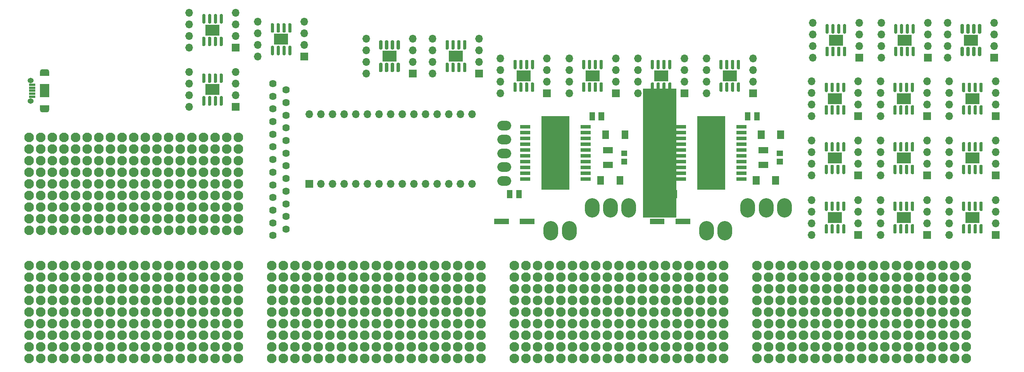
<source format=gts>
%MOIN*%
%OFA0B0*%
%FSLAX46Y46*%
%IPPOS*%
%LPD*%
%ADD10R,0.12204724409448819X0.0940944881889764*%
%ADD11O,0.066929133858267723X0.066929133858267723*%
%ADD12R,0.066929133858267723X0.066929133858267723*%
%ADD23R,0.12204724409448819X0.0940944881889764*%
%ADD24O,0.066929133858267723X0.066929133858267723*%
%ADD25R,0.066929133858267723X0.066929133858267723*%
%ADD26R,0.12204724409448819X0.0940944881889764*%
%ADD27O,0.066929133858267723X0.066929133858267723*%
%ADD28R,0.066929133858267723X0.066929133858267723*%
%ADD29R,0.12204724409448819X0.0940944881889764*%
%ADD30O,0.066929133858267723X0.066929133858267723*%
%ADD31R,0.066929133858267723X0.066929133858267723*%
%ADD32R,0.12204724409448819X0.0940944881889764*%
%ADD33O,0.066929133858267723X0.066929133858267723*%
%ADD34R,0.066929133858267723X0.066929133858267723*%
%ADD35R,0.12204724409448819X0.0940944881889764*%
%ADD36O,0.066929133858267723X0.066929133858267723*%
%ADD37R,0.066929133858267723X0.066929133858267723*%
%ADD38R,0.12204724409448819X0.0940944881889764*%
%ADD39O,0.066929133858267723X0.066929133858267723*%
%ADD40R,0.066929133858267723X0.066929133858267723*%
%ADD41R,0.12204724409448819X0.0940944881889764*%
%ADD42O,0.066929133858267723X0.066929133858267723*%
%ADD43R,0.066929133858267723X0.066929133858267723*%
%ADD44R,0.12204724409448819X0.0940944881889764*%
%ADD45O,0.066929133858267723X0.066929133858267723*%
%ADD46R,0.066929133858267723X0.066929133858267723*%
%ADD47R,0.12204724409448819X0.0940944881889764*%
%ADD48O,0.066929133858267723X0.066929133858267723*%
%ADD49R,0.066929133858267723X0.066929133858267723*%
%ADD50R,0.12204724409448819X0.0940944881889764*%
%ADD51O,0.066929133858267723X0.066929133858267723*%
%ADD52R,0.066929133858267723X0.066929133858267723*%
%ADD53R,0.12204724409448819X0.0940944881889764*%
%ADD54O,0.066929133858267723X0.066929133858267723*%
%ADD55R,0.066929133858267723X0.066929133858267723*%
%ADD56R,0.12204724409448819X0.0940944881889764*%
%ADD57O,0.066929133858267723X0.066929133858267723*%
%ADD58R,0.066929133858267723X0.066929133858267723*%
%ADD59R,0.12204724409448819X0.0940944881889764*%
%ADD60O,0.066929133858267723X0.066929133858267723*%
%ADD61R,0.066929133858267723X0.066929133858267723*%
%ADD62R,0.12204724409448819X0.0940944881889764*%
%ADD63O,0.066929133858267723X0.066929133858267723*%
%ADD64R,0.066929133858267723X0.066929133858267723*%
%ADD65R,0.12204724409448819X0.0940944881889764*%
%ADD66O,0.066929133858267723X0.066929133858267723*%
%ADD67R,0.066929133858267723X0.066929133858267723*%
%ADD68R,0.12204724409448819X0.0940944881889764*%
%ADD69O,0.066929133858267723X0.066929133858267723*%
%ADD70R,0.066929133858267723X0.066929133858267723*%
%ADD71R,0.12204724409448819X0.0940944881889764*%
%ADD72O,0.066929133858267723X0.066929133858267723*%
%ADD73R,0.066929133858267723X0.066929133858267723*%
%ADD74R,0.12204724409448819X0.0940944881889764*%
%ADD75O,0.066929133858267723X0.066929133858267723*%
%ADD76R,0.066929133858267723X0.066929133858267723*%
%ADD77R,0.12204724409448819X0.0940944881889764*%
%ADD78O,0.066929133858267723X0.066929133858267723*%
%ADD79R,0.066929133858267723X0.066929133858267723*%
%ADD80C,0.082677165354330714*%
%ADD81C,0.082677165354330714*%
%ADD82C,0.082677165354330714*%
%ADD83C,0.082677165354330714*%
%ADD84C,0.082677165354330714*%
%ADD85C,0.086740000000000012*%
%ADD86C,0.12611*%
%ADD87R,0.24422000000000002X0.63398401574803143*%
%ADD88C,0.086740000000000012*%
%ADD89C,0.12611*%
%ADD90R,0.24422000000000002X0.63398401574803143*%
%ADD91R,0.07874015748031496X0.038385826771653545*%
%ADD92R,0.07874015748031496X0.11811023622047245*%
%ADD93R,0.057086614173228349X0.01968503937007874*%
%ADD94O,0.07874015748031496X0.043307086614173235*%
%ADD95O,0.053149606299212608X0.0452755905511811*%
%ADD96C,0.063937007874015753*%
%ADD97O,0.066929133858267723X0.066929133858267723*%
%ADD98R,0.066929133858267723X0.066929133858267723*%
%ADD99R,0.12204724409448819X0.0940944881889764*%
%ADD100O,0.066929133858267723X0.066929133858267723*%
%ADD101R,0.066929133858267723X0.066929133858267723*%
G01*
D10*
X-0000065866Y-0000110275D02*
X0001684133Y0002414724D03*
G36*
G01*
X0001616023Y0002471811D02*
X0001602244Y0002471811D01*
G75*
G02*
X0001595354Y0002478700J0000006889D01*
G01*
X0001595354Y0002545629D01*
G75*
G02*
X0001602244Y0002552519I0000006889D01*
G01*
X0001616023Y0002552519D01*
G75*
G02*
X0001622913Y0002545629J-0000006889D01*
G01*
X0001622913Y0002478700D01*
G75*
G02*
X0001616023Y0002471811I-0000006889D01*
G01*
G37*
G36*
G01*
X0001666023Y0002471811D02*
X0001652244Y0002471811D01*
G75*
G02*
X0001645354Y0002478700J0000006889D01*
G01*
X0001645354Y0002545629D01*
G75*
G02*
X0001652244Y0002552519I0000006889D01*
G01*
X0001666023Y0002552519D01*
G75*
G02*
X0001672913Y0002545629J-0000006889D01*
G01*
X0001672913Y0002478700D01*
G75*
G02*
X0001666023Y0002471811I-0000006889D01*
G01*
G37*
G36*
G01*
X0001716023Y0002471811D02*
X0001702244Y0002471811D01*
G75*
G02*
X0001695354Y0002478700J0000006889D01*
G01*
X0001695354Y0002545629D01*
G75*
G02*
X0001702244Y0002552519I0000006889D01*
G01*
X0001716023Y0002552519D01*
G75*
G02*
X0001722913Y0002545629J-0000006889D01*
G01*
X0001722913Y0002478700D01*
G75*
G02*
X0001716023Y0002471811I-0000006889D01*
G01*
G37*
G36*
G01*
X0001766023Y0002471811D02*
X0001752244Y0002471811D01*
G75*
G02*
X0001745354Y0002478700J0000006889D01*
G01*
X0001745354Y0002545629D01*
G75*
G02*
X0001752244Y0002552519I0000006889D01*
G01*
X0001766023Y0002552519D01*
G75*
G02*
X0001772913Y0002545629J-0000006889D01*
G01*
X0001772913Y0002478700D01*
G75*
G02*
X0001766023Y0002471811I-0000006889D01*
G01*
G37*
G36*
G01*
X0001766023Y0002276929D02*
X0001752244Y0002276929D01*
G75*
G02*
X0001745354Y0002283818J0000006889D01*
G01*
X0001745354Y0002350748D01*
G75*
G02*
X0001752244Y0002357637I0000006889D01*
G01*
X0001766023Y0002357637D01*
G75*
G02*
X0001772913Y0002350748J-0000006889D01*
G01*
X0001772913Y0002283818D01*
G75*
G02*
X0001766023Y0002276929I-0000006889D01*
G01*
G37*
G36*
G01*
X0001716023Y0002276929D02*
X0001702244Y0002276929D01*
G75*
G02*
X0001695354Y0002283818J0000006889D01*
G01*
X0001695354Y0002350748D01*
G75*
G02*
X0001702244Y0002357637I0000006889D01*
G01*
X0001716023Y0002357637D01*
G75*
G02*
X0001722913Y0002350748J-0000006889D01*
G01*
X0001722913Y0002283818D01*
G75*
G02*
X0001716023Y0002276929I-0000006889D01*
G01*
G37*
G36*
G01*
X0001666023Y0002276929D02*
X0001652244Y0002276929D01*
G75*
G02*
X0001645354Y0002283818J0000006889D01*
G01*
X0001645354Y0002350748D01*
G75*
G02*
X0001652244Y0002357637I0000006889D01*
G01*
X0001666023Y0002357637D01*
G75*
G02*
X0001672913Y0002350748J-0000006889D01*
G01*
X0001672913Y0002283818D01*
G75*
G02*
X0001666023Y0002276929I-0000006889D01*
G01*
G37*
G36*
G01*
X0001616023Y0002276929D02*
X0001602244Y0002276929D01*
G75*
G02*
X0001595354Y0002283818J0000006889D01*
G01*
X0001595354Y0002350748D01*
G75*
G02*
X0001602244Y0002357637I0000006889D01*
G01*
X0001616023Y0002357637D01*
G75*
G02*
X0001622913Y0002350748J-0000006889D01*
G01*
X0001622913Y0002283818D01*
G75*
G02*
X0001616023Y0002276929I-0000006889D01*
G01*
G37*
D11*
X0001484133Y0002264724D03*
X0001884133Y0002564724D03*
X0001484133Y0002364724D03*
X0001884133Y0002464724D03*
X0001484133Y0002464724D03*
X0001884133Y0002364724D03*
X0001484133Y0002564724D03*
D12*
X0001884133Y0002264724D03*
G04 next file*
G04 Gerber Fmt 4.6, Leading zero omitted, Abs format (unit mm)*
G04 Created by KiCad (PCBNEW (5.1.6)-1) date 2020-09-18 13:03:01*
G01*
G04 APERTURE LIST*
G04 APERTURE END LIST*
D23*
X0005288464Y-0001212637D02*
X0007038464Y0001312362D03*
G36*
G01*
X0006970354Y0001369448D02*
X0006956574Y0001369448D01*
G75*
G02*
X0006949684Y0001376338J0000006889D01*
G01*
X0006949684Y0001443267D01*
G75*
G02*
X0006956574Y0001450157I0000006889D01*
G01*
X0006970354Y0001450157D01*
G75*
G02*
X0006977243Y0001443267J-0000006889D01*
G01*
X0006977243Y0001376338D01*
G75*
G02*
X0006970354Y0001369448I-0000006889D01*
G01*
G37*
G36*
G01*
X0007020354Y0001369448D02*
X0007006574Y0001369448D01*
G75*
G02*
X0006999684Y0001376338J0000006889D01*
G01*
X0006999684Y0001443267D01*
G75*
G02*
X0007006574Y0001450157I0000006889D01*
G01*
X0007020354Y0001450157D01*
G75*
G02*
X0007027243Y0001443267J-0000006889D01*
G01*
X0007027243Y0001376338D01*
G75*
G02*
X0007020354Y0001369448I-0000006889D01*
G01*
G37*
G36*
G01*
X0007070354Y0001369448D02*
X0007056574Y0001369448D01*
G75*
G02*
X0007049684Y0001376338J0000006889D01*
G01*
X0007049684Y0001443267D01*
G75*
G02*
X0007056574Y0001450157I0000006889D01*
G01*
X0007070354Y0001450157D01*
G75*
G02*
X0007077243Y0001443267J-0000006889D01*
G01*
X0007077243Y0001376338D01*
G75*
G02*
X0007070354Y0001369448I-0000006889D01*
G01*
G37*
G36*
G01*
X0007120354Y0001369448D02*
X0007106574Y0001369448D01*
G75*
G02*
X0007099684Y0001376338J0000006889D01*
G01*
X0007099684Y0001443267D01*
G75*
G02*
X0007106574Y0001450157I0000006889D01*
G01*
X0007120354Y0001450157D01*
G75*
G02*
X0007127243Y0001443267J-0000006889D01*
G01*
X0007127243Y0001376338D01*
G75*
G02*
X0007120354Y0001369448I-0000006889D01*
G01*
G37*
G36*
G01*
X0007120354Y0001174566D02*
X0007106574Y0001174566D01*
G75*
G02*
X0007099684Y0001181456J0000006889D01*
G01*
X0007099684Y0001248385D01*
G75*
G02*
X0007106574Y0001255275I0000006889D01*
G01*
X0007120354Y0001255275D01*
G75*
G02*
X0007127243Y0001248385J-0000006889D01*
G01*
X0007127243Y0001181456D01*
G75*
G02*
X0007120354Y0001174566I-0000006889D01*
G01*
G37*
G36*
G01*
X0007070354Y0001174566D02*
X0007056574Y0001174566D01*
G75*
G02*
X0007049684Y0001181456J0000006889D01*
G01*
X0007049684Y0001248385D01*
G75*
G02*
X0007056574Y0001255275I0000006889D01*
G01*
X0007070354Y0001255275D01*
G75*
G02*
X0007077243Y0001248385J-0000006889D01*
G01*
X0007077243Y0001181456D01*
G75*
G02*
X0007070354Y0001174566I-0000006889D01*
G01*
G37*
G36*
G01*
X0007020354Y0001174566D02*
X0007006574Y0001174566D01*
G75*
G02*
X0006999684Y0001181456J0000006889D01*
G01*
X0006999684Y0001248385D01*
G75*
G02*
X0007006574Y0001255275I0000006889D01*
G01*
X0007020354Y0001255275D01*
G75*
G02*
X0007027243Y0001248385J-0000006889D01*
G01*
X0007027243Y0001181456D01*
G75*
G02*
X0007020354Y0001174566I-0000006889D01*
G01*
G37*
G36*
G01*
X0006970354Y0001174566D02*
X0006956574Y0001174566D01*
G75*
G02*
X0006949684Y0001181456J0000006889D01*
G01*
X0006949684Y0001248385D01*
G75*
G02*
X0006956574Y0001255275I0000006889D01*
G01*
X0006970354Y0001255275D01*
G75*
G02*
X0006977243Y0001248385J-0000006889D01*
G01*
X0006977243Y0001181456D01*
G75*
G02*
X0006970354Y0001174566I-0000006889D01*
G01*
G37*
D24*
X0006838464Y0001162362D03*
X0007238464Y0001462362D03*
X0006838464Y0001262362D03*
X0007238464Y0001362362D03*
X0006838464Y0001362362D03*
X0007238464Y0001262362D03*
X0006838464Y0001462362D03*
D25*
X0007238464Y0001162362D03*
G04 next file*
G04 Gerber Fmt 4.6, Leading zero omitted, Abs format (unit mm)*
G04 Created by KiCad (PCBNEW (5.1.6)-1) date 2020-09-18 13:03:01*
G01*
G04 APERTURE LIST*
G04 APERTURE END LIST*
D26*
X0005879015Y-0001212637D02*
X0007629015Y0001312362D03*
G36*
G01*
X0007560905Y0001369448D02*
X0007547125Y0001369448D01*
G75*
G02*
X0007540236Y0001376338J0000006889D01*
G01*
X0007540236Y0001443267D01*
G75*
G02*
X0007547125Y0001450157I0000006889D01*
G01*
X0007560905Y0001450157D01*
G75*
G02*
X0007567795Y0001443267J-0000006889D01*
G01*
X0007567795Y0001376338D01*
G75*
G02*
X0007560905Y0001369448I-0000006889D01*
G01*
G37*
G36*
G01*
X0007610905Y0001369448D02*
X0007597125Y0001369448D01*
G75*
G02*
X0007590236Y0001376338J0000006889D01*
G01*
X0007590236Y0001443267D01*
G75*
G02*
X0007597125Y0001450157I0000006889D01*
G01*
X0007610905Y0001450157D01*
G75*
G02*
X0007617795Y0001443267J-0000006889D01*
G01*
X0007617795Y0001376338D01*
G75*
G02*
X0007610905Y0001369448I-0000006889D01*
G01*
G37*
G36*
G01*
X0007660905Y0001369448D02*
X0007647125Y0001369448D01*
G75*
G02*
X0007640236Y0001376338J0000006889D01*
G01*
X0007640236Y0001443267D01*
G75*
G02*
X0007647125Y0001450157I0000006889D01*
G01*
X0007660905Y0001450157D01*
G75*
G02*
X0007667795Y0001443267J-0000006889D01*
G01*
X0007667795Y0001376338D01*
G75*
G02*
X0007660905Y0001369448I-0000006889D01*
G01*
G37*
G36*
G01*
X0007710905Y0001369448D02*
X0007697125Y0001369448D01*
G75*
G02*
X0007690236Y0001376338J0000006889D01*
G01*
X0007690236Y0001443267D01*
G75*
G02*
X0007697125Y0001450157I0000006889D01*
G01*
X0007710905Y0001450157D01*
G75*
G02*
X0007717795Y0001443267J-0000006889D01*
G01*
X0007717795Y0001376338D01*
G75*
G02*
X0007710905Y0001369448I-0000006889D01*
G01*
G37*
G36*
G01*
X0007710905Y0001174566D02*
X0007697125Y0001174566D01*
G75*
G02*
X0007690236Y0001181456J0000006889D01*
G01*
X0007690236Y0001248385D01*
G75*
G02*
X0007697125Y0001255275I0000006889D01*
G01*
X0007710905Y0001255275D01*
G75*
G02*
X0007717795Y0001248385J-0000006889D01*
G01*
X0007717795Y0001181456D01*
G75*
G02*
X0007710905Y0001174566I-0000006889D01*
G01*
G37*
G36*
G01*
X0007660905Y0001174566D02*
X0007647125Y0001174566D01*
G75*
G02*
X0007640236Y0001181456J0000006889D01*
G01*
X0007640236Y0001248385D01*
G75*
G02*
X0007647125Y0001255275I0000006889D01*
G01*
X0007660905Y0001255275D01*
G75*
G02*
X0007667795Y0001248385J-0000006889D01*
G01*
X0007667795Y0001181456D01*
G75*
G02*
X0007660905Y0001174566I-0000006889D01*
G01*
G37*
G36*
G01*
X0007610905Y0001174566D02*
X0007597125Y0001174566D01*
G75*
G02*
X0007590236Y0001181456J0000006889D01*
G01*
X0007590236Y0001248385D01*
G75*
G02*
X0007597125Y0001255275I0000006889D01*
G01*
X0007610905Y0001255275D01*
G75*
G02*
X0007617795Y0001248385J-0000006889D01*
G01*
X0007617795Y0001181456D01*
G75*
G02*
X0007610905Y0001174566I-0000006889D01*
G01*
G37*
G36*
G01*
X0007560905Y0001174566D02*
X0007547125Y0001174566D01*
G75*
G02*
X0007540236Y0001181456J0000006889D01*
G01*
X0007540236Y0001248385D01*
G75*
G02*
X0007547125Y0001255275I0000006889D01*
G01*
X0007560905Y0001255275D01*
G75*
G02*
X0007567795Y0001248385J-0000006889D01*
G01*
X0007567795Y0001181456D01*
G75*
G02*
X0007560905Y0001174566I-0000006889D01*
G01*
G37*
D27*
X0007429015Y0001162362D03*
X0007829015Y0001462362D03*
X0007429015Y0001262362D03*
X0007829015Y0001362362D03*
X0007429015Y0001362362D03*
X0007829015Y0001262362D03*
X0007429015Y0001462362D03*
D28*
X0007829015Y0001162362D03*
G04 next file*
G04 Gerber Fmt 4.6, Leading zero omitted, Abs format (unit mm)*
G04 Created by KiCad (PCBNEW (5.1.6)-1) date 2020-09-18 13:03:01*
G01*
G04 APERTURE LIST*
G04 APERTURE END LIST*
D29*
X0006469566Y-0001212637D02*
X0008219566Y0001312362D03*
G36*
G01*
X0008151456Y0001369448D02*
X0008137676Y0001369448D01*
G75*
G02*
X0008130787Y0001376338J0000006889D01*
G01*
X0008130787Y0001443267D01*
G75*
G02*
X0008137676Y0001450157I0000006889D01*
G01*
X0008151456Y0001450157D01*
G75*
G02*
X0008158346Y0001443267J-0000006889D01*
G01*
X0008158346Y0001376338D01*
G75*
G02*
X0008151456Y0001369448I-0000006889D01*
G01*
G37*
G36*
G01*
X0008201456Y0001369448D02*
X0008187676Y0001369448D01*
G75*
G02*
X0008180787Y0001376338J0000006889D01*
G01*
X0008180787Y0001443267D01*
G75*
G02*
X0008187676Y0001450157I0000006889D01*
G01*
X0008201456Y0001450157D01*
G75*
G02*
X0008208346Y0001443267J-0000006889D01*
G01*
X0008208346Y0001376338D01*
G75*
G02*
X0008201456Y0001369448I-0000006889D01*
G01*
G37*
G36*
G01*
X0008251456Y0001369448D02*
X0008237676Y0001369448D01*
G75*
G02*
X0008230787Y0001376338J0000006889D01*
G01*
X0008230787Y0001443267D01*
G75*
G02*
X0008237676Y0001450157I0000006889D01*
G01*
X0008251456Y0001450157D01*
G75*
G02*
X0008258346Y0001443267J-0000006889D01*
G01*
X0008258346Y0001376338D01*
G75*
G02*
X0008251456Y0001369448I-0000006889D01*
G01*
G37*
G36*
G01*
X0008301456Y0001369448D02*
X0008287676Y0001369448D01*
G75*
G02*
X0008280787Y0001376338J0000006889D01*
G01*
X0008280787Y0001443267D01*
G75*
G02*
X0008287676Y0001450157I0000006889D01*
G01*
X0008301456Y0001450157D01*
G75*
G02*
X0008308346Y0001443267J-0000006889D01*
G01*
X0008308346Y0001376338D01*
G75*
G02*
X0008301456Y0001369448I-0000006889D01*
G01*
G37*
G36*
G01*
X0008301456Y0001174566D02*
X0008287676Y0001174566D01*
G75*
G02*
X0008280787Y0001181456J0000006889D01*
G01*
X0008280787Y0001248385D01*
G75*
G02*
X0008287676Y0001255275I0000006889D01*
G01*
X0008301456Y0001255275D01*
G75*
G02*
X0008308346Y0001248385J-0000006889D01*
G01*
X0008308346Y0001181456D01*
G75*
G02*
X0008301456Y0001174566I-0000006889D01*
G01*
G37*
G36*
G01*
X0008251456Y0001174566D02*
X0008237676Y0001174566D01*
G75*
G02*
X0008230787Y0001181456J0000006889D01*
G01*
X0008230787Y0001248385D01*
G75*
G02*
X0008237676Y0001255275I0000006889D01*
G01*
X0008251456Y0001255275D01*
G75*
G02*
X0008258346Y0001248385J-0000006889D01*
G01*
X0008258346Y0001181456D01*
G75*
G02*
X0008251456Y0001174566I-0000006889D01*
G01*
G37*
G36*
G01*
X0008201456Y0001174566D02*
X0008187676Y0001174566D01*
G75*
G02*
X0008180787Y0001181456J0000006889D01*
G01*
X0008180787Y0001248385D01*
G75*
G02*
X0008187676Y0001255275I0000006889D01*
G01*
X0008201456Y0001255275D01*
G75*
G02*
X0008208346Y0001248385J-0000006889D01*
G01*
X0008208346Y0001181456D01*
G75*
G02*
X0008201456Y0001174566I-0000006889D01*
G01*
G37*
G36*
G01*
X0008151456Y0001174566D02*
X0008137676Y0001174566D01*
G75*
G02*
X0008130787Y0001181456J0000006889D01*
G01*
X0008130787Y0001248385D01*
G75*
G02*
X0008137676Y0001255275I0000006889D01*
G01*
X0008151456Y0001255275D01*
G75*
G02*
X0008158346Y0001248385J-0000006889D01*
G01*
X0008158346Y0001181456D01*
G75*
G02*
X0008151456Y0001174566I-0000006889D01*
G01*
G37*
D30*
X0008019566Y0001162362D03*
X0008419566Y0001462362D03*
X0008019566Y0001262362D03*
X0008419566Y0001362362D03*
X0008019566Y0001362362D03*
X0008419566Y0001262362D03*
X0008019566Y0001462362D03*
D31*
X0008419566Y0001162362D03*
G04 next file*
G04 Gerber Fmt 4.6, Leading zero omitted, Abs format (unit mm)*
G04 Created by KiCad (PCBNEW (5.1.6)-1) date 2020-09-18 13:03:01*
G01*
G04 APERTURE LIST*
G04 APERTURE END LIST*
D32*
X0005288464Y-0000700826D02*
X0007038464Y0001824173D03*
G36*
G01*
X0006970354Y0001881259D02*
X0006956574Y0001881259D01*
G75*
G02*
X0006949684Y0001888149J0000006889D01*
G01*
X0006949684Y0001955078D01*
G75*
G02*
X0006956574Y0001961968I0000006889D01*
G01*
X0006970354Y0001961968D01*
G75*
G02*
X0006977243Y0001955078J-0000006889D01*
G01*
X0006977243Y0001888149D01*
G75*
G02*
X0006970354Y0001881259I-0000006889D01*
G01*
G37*
G36*
G01*
X0007020354Y0001881259D02*
X0007006574Y0001881259D01*
G75*
G02*
X0006999684Y0001888149J0000006889D01*
G01*
X0006999684Y0001955078D01*
G75*
G02*
X0007006574Y0001961968I0000006889D01*
G01*
X0007020354Y0001961968D01*
G75*
G02*
X0007027243Y0001955078J-0000006889D01*
G01*
X0007027243Y0001888149D01*
G75*
G02*
X0007020354Y0001881259I-0000006889D01*
G01*
G37*
G36*
G01*
X0007070354Y0001881259D02*
X0007056574Y0001881259D01*
G75*
G02*
X0007049684Y0001888149J0000006889D01*
G01*
X0007049684Y0001955078D01*
G75*
G02*
X0007056574Y0001961968I0000006889D01*
G01*
X0007070354Y0001961968D01*
G75*
G02*
X0007077243Y0001955078J-0000006889D01*
G01*
X0007077243Y0001888149D01*
G75*
G02*
X0007070354Y0001881259I-0000006889D01*
G01*
G37*
G36*
G01*
X0007120354Y0001881259D02*
X0007106574Y0001881259D01*
G75*
G02*
X0007099684Y0001888149J0000006889D01*
G01*
X0007099684Y0001955078D01*
G75*
G02*
X0007106574Y0001961968I0000006889D01*
G01*
X0007120354Y0001961968D01*
G75*
G02*
X0007127243Y0001955078J-0000006889D01*
G01*
X0007127243Y0001888149D01*
G75*
G02*
X0007120354Y0001881259I-0000006889D01*
G01*
G37*
G36*
G01*
X0007120354Y0001686377D02*
X0007106574Y0001686377D01*
G75*
G02*
X0007099684Y0001693267J0000006889D01*
G01*
X0007099684Y0001760196D01*
G75*
G02*
X0007106574Y0001767086I0000006889D01*
G01*
X0007120354Y0001767086D01*
G75*
G02*
X0007127243Y0001760196J-0000006889D01*
G01*
X0007127243Y0001693267D01*
G75*
G02*
X0007120354Y0001686377I-0000006889D01*
G01*
G37*
G36*
G01*
X0007070354Y0001686377D02*
X0007056574Y0001686377D01*
G75*
G02*
X0007049684Y0001693267J0000006889D01*
G01*
X0007049684Y0001760196D01*
G75*
G02*
X0007056574Y0001767086I0000006889D01*
G01*
X0007070354Y0001767086D01*
G75*
G02*
X0007077243Y0001760196J-0000006889D01*
G01*
X0007077243Y0001693267D01*
G75*
G02*
X0007070354Y0001686377I-0000006889D01*
G01*
G37*
G36*
G01*
X0007020354Y0001686377D02*
X0007006574Y0001686377D01*
G75*
G02*
X0006999684Y0001693267J0000006889D01*
G01*
X0006999684Y0001760196D01*
G75*
G02*
X0007006574Y0001767086I0000006889D01*
G01*
X0007020354Y0001767086D01*
G75*
G02*
X0007027243Y0001760196J-0000006889D01*
G01*
X0007027243Y0001693267D01*
G75*
G02*
X0007020354Y0001686377I-0000006889D01*
G01*
G37*
G36*
G01*
X0006970354Y0001686377D02*
X0006956574Y0001686377D01*
G75*
G02*
X0006949684Y0001693267J0000006889D01*
G01*
X0006949684Y0001760196D01*
G75*
G02*
X0006956574Y0001767086I0000006889D01*
G01*
X0006970354Y0001767086D01*
G75*
G02*
X0006977243Y0001760196J-0000006889D01*
G01*
X0006977243Y0001693267D01*
G75*
G02*
X0006970354Y0001686377I-0000006889D01*
G01*
G37*
D33*
X0006838464Y0001674173D03*
X0007238464Y0001974173D03*
X0006838464Y0001774173D03*
X0007238464Y0001874173D03*
X0006838464Y0001874173D03*
X0007238464Y0001774173D03*
X0006838464Y0001974173D03*
D34*
X0007238464Y0001674173D03*
G04 next file*
G04 Gerber Fmt 4.6, Leading zero omitted, Abs format (unit mm)*
G04 Created by KiCad (PCBNEW (5.1.6)-1) date 2020-09-18 13:03:01*
G01*
G04 APERTURE LIST*
G04 APERTURE END LIST*
D35*
X0005879015Y-0000700826D02*
X0007629015Y0001824173D03*
G36*
G01*
X0007560905Y0001881259D02*
X0007547125Y0001881259D01*
G75*
G02*
X0007540236Y0001888149J0000006889D01*
G01*
X0007540236Y0001955078D01*
G75*
G02*
X0007547125Y0001961968I0000006889D01*
G01*
X0007560905Y0001961968D01*
G75*
G02*
X0007567795Y0001955078J-0000006889D01*
G01*
X0007567795Y0001888149D01*
G75*
G02*
X0007560905Y0001881259I-0000006889D01*
G01*
G37*
G36*
G01*
X0007610905Y0001881259D02*
X0007597125Y0001881259D01*
G75*
G02*
X0007590236Y0001888149J0000006889D01*
G01*
X0007590236Y0001955078D01*
G75*
G02*
X0007597125Y0001961968I0000006889D01*
G01*
X0007610905Y0001961968D01*
G75*
G02*
X0007617795Y0001955078J-0000006889D01*
G01*
X0007617795Y0001888149D01*
G75*
G02*
X0007610905Y0001881259I-0000006889D01*
G01*
G37*
G36*
G01*
X0007660905Y0001881259D02*
X0007647125Y0001881259D01*
G75*
G02*
X0007640236Y0001888149J0000006889D01*
G01*
X0007640236Y0001955078D01*
G75*
G02*
X0007647125Y0001961968I0000006889D01*
G01*
X0007660905Y0001961968D01*
G75*
G02*
X0007667795Y0001955078J-0000006889D01*
G01*
X0007667795Y0001888149D01*
G75*
G02*
X0007660905Y0001881259I-0000006889D01*
G01*
G37*
G36*
G01*
X0007710905Y0001881259D02*
X0007697125Y0001881259D01*
G75*
G02*
X0007690236Y0001888149J0000006889D01*
G01*
X0007690236Y0001955078D01*
G75*
G02*
X0007697125Y0001961968I0000006889D01*
G01*
X0007710905Y0001961968D01*
G75*
G02*
X0007717795Y0001955078J-0000006889D01*
G01*
X0007717795Y0001888149D01*
G75*
G02*
X0007710905Y0001881259I-0000006889D01*
G01*
G37*
G36*
G01*
X0007710905Y0001686377D02*
X0007697125Y0001686377D01*
G75*
G02*
X0007690236Y0001693267J0000006889D01*
G01*
X0007690236Y0001760196D01*
G75*
G02*
X0007697125Y0001767086I0000006889D01*
G01*
X0007710905Y0001767086D01*
G75*
G02*
X0007717795Y0001760196J-0000006889D01*
G01*
X0007717795Y0001693267D01*
G75*
G02*
X0007710905Y0001686377I-0000006889D01*
G01*
G37*
G36*
G01*
X0007660905Y0001686377D02*
X0007647125Y0001686377D01*
G75*
G02*
X0007640236Y0001693267J0000006889D01*
G01*
X0007640236Y0001760196D01*
G75*
G02*
X0007647125Y0001767086I0000006889D01*
G01*
X0007660905Y0001767086D01*
G75*
G02*
X0007667795Y0001760196J-0000006889D01*
G01*
X0007667795Y0001693267D01*
G75*
G02*
X0007660905Y0001686377I-0000006889D01*
G01*
G37*
G36*
G01*
X0007610905Y0001686377D02*
X0007597125Y0001686377D01*
G75*
G02*
X0007590236Y0001693267J0000006889D01*
G01*
X0007590236Y0001760196D01*
G75*
G02*
X0007597125Y0001767086I0000006889D01*
G01*
X0007610905Y0001767086D01*
G75*
G02*
X0007617795Y0001760196J-0000006889D01*
G01*
X0007617795Y0001693267D01*
G75*
G02*
X0007610905Y0001686377I-0000006889D01*
G01*
G37*
G36*
G01*
X0007560905Y0001686377D02*
X0007547125Y0001686377D01*
G75*
G02*
X0007540236Y0001693267J0000006889D01*
G01*
X0007540236Y0001760196D01*
G75*
G02*
X0007547125Y0001767086I0000006889D01*
G01*
X0007560905Y0001767086D01*
G75*
G02*
X0007567795Y0001760196J-0000006889D01*
G01*
X0007567795Y0001693267D01*
G75*
G02*
X0007560905Y0001686377I-0000006889D01*
G01*
G37*
D36*
X0007429015Y0001674173D03*
X0007829015Y0001974173D03*
X0007429015Y0001774173D03*
X0007829015Y0001874173D03*
X0007429015Y0001874173D03*
X0007829015Y0001774173D03*
X0007429015Y0001974173D03*
D37*
X0007829015Y0001674173D03*
G04 next file*
G04 Gerber Fmt 4.6, Leading zero omitted, Abs format (unit mm)*
G04 Created by KiCad (PCBNEW (5.1.6)-1) date 2020-09-18 13:03:01*
G01*
G04 APERTURE LIST*
G04 APERTURE END LIST*
D38*
X0006469566Y-0000700826D02*
X0008219566Y0001824173D03*
G36*
G01*
X0008151456Y0001881259D02*
X0008137676Y0001881259D01*
G75*
G02*
X0008130787Y0001888149J0000006889D01*
G01*
X0008130787Y0001955078D01*
G75*
G02*
X0008137676Y0001961968I0000006889D01*
G01*
X0008151456Y0001961968D01*
G75*
G02*
X0008158346Y0001955078J-0000006889D01*
G01*
X0008158346Y0001888149D01*
G75*
G02*
X0008151456Y0001881259I-0000006889D01*
G01*
G37*
G36*
G01*
X0008201456Y0001881259D02*
X0008187676Y0001881259D01*
G75*
G02*
X0008180787Y0001888149J0000006889D01*
G01*
X0008180787Y0001955078D01*
G75*
G02*
X0008187676Y0001961968I0000006889D01*
G01*
X0008201456Y0001961968D01*
G75*
G02*
X0008208346Y0001955078J-0000006889D01*
G01*
X0008208346Y0001888149D01*
G75*
G02*
X0008201456Y0001881259I-0000006889D01*
G01*
G37*
G36*
G01*
X0008251456Y0001881259D02*
X0008237676Y0001881259D01*
G75*
G02*
X0008230787Y0001888149J0000006889D01*
G01*
X0008230787Y0001955078D01*
G75*
G02*
X0008237676Y0001961968I0000006889D01*
G01*
X0008251456Y0001961968D01*
G75*
G02*
X0008258346Y0001955078J-0000006889D01*
G01*
X0008258346Y0001888149D01*
G75*
G02*
X0008251456Y0001881259I-0000006889D01*
G01*
G37*
G36*
G01*
X0008301456Y0001881259D02*
X0008287676Y0001881259D01*
G75*
G02*
X0008280787Y0001888149J0000006889D01*
G01*
X0008280787Y0001955078D01*
G75*
G02*
X0008287676Y0001961968I0000006889D01*
G01*
X0008301456Y0001961968D01*
G75*
G02*
X0008308346Y0001955078J-0000006889D01*
G01*
X0008308346Y0001888149D01*
G75*
G02*
X0008301456Y0001881259I-0000006889D01*
G01*
G37*
G36*
G01*
X0008301456Y0001686377D02*
X0008287676Y0001686377D01*
G75*
G02*
X0008280787Y0001693267J0000006889D01*
G01*
X0008280787Y0001760196D01*
G75*
G02*
X0008287676Y0001767086I0000006889D01*
G01*
X0008301456Y0001767086D01*
G75*
G02*
X0008308346Y0001760196J-0000006889D01*
G01*
X0008308346Y0001693267D01*
G75*
G02*
X0008301456Y0001686377I-0000006889D01*
G01*
G37*
G36*
G01*
X0008251456Y0001686377D02*
X0008237676Y0001686377D01*
G75*
G02*
X0008230787Y0001693267J0000006889D01*
G01*
X0008230787Y0001760196D01*
G75*
G02*
X0008237676Y0001767086I0000006889D01*
G01*
X0008251456Y0001767086D01*
G75*
G02*
X0008258346Y0001760196J-0000006889D01*
G01*
X0008258346Y0001693267D01*
G75*
G02*
X0008251456Y0001686377I-0000006889D01*
G01*
G37*
G36*
G01*
X0008201456Y0001686377D02*
X0008187676Y0001686377D01*
G75*
G02*
X0008180787Y0001693267J0000006889D01*
G01*
X0008180787Y0001760196D01*
G75*
G02*
X0008187676Y0001767086I0000006889D01*
G01*
X0008201456Y0001767086D01*
G75*
G02*
X0008208346Y0001760196J-0000006889D01*
G01*
X0008208346Y0001693267D01*
G75*
G02*
X0008201456Y0001686377I-0000006889D01*
G01*
G37*
G36*
G01*
X0008151456Y0001686377D02*
X0008137676Y0001686377D01*
G75*
G02*
X0008130787Y0001693267J0000006889D01*
G01*
X0008130787Y0001760196D01*
G75*
G02*
X0008137676Y0001767086I0000006889D01*
G01*
X0008151456Y0001767086D01*
G75*
G02*
X0008158346Y0001760196J-0000006889D01*
G01*
X0008158346Y0001693267D01*
G75*
G02*
X0008151456Y0001686377I-0000006889D01*
G01*
G37*
D39*
X0008019566Y0001674173D03*
X0008419566Y0001974173D03*
X0008019566Y0001774173D03*
X0008419566Y0001874173D03*
X0008019566Y0001874173D03*
X0008419566Y0001774173D03*
X0008019566Y0001974173D03*
D40*
X0008419566Y0001674173D03*
G04 next file*
G04 Gerber Fmt 4.6, Leading zero omitted, Abs format (unit mm)*
G04 Created by KiCad (PCBNEW (5.1.6)-1) date 2020-09-18 13:03:01*
G01*
G04 APERTURE LIST*
G04 APERTURE END LIST*
D41*
X0005288464Y-0000189015D02*
X0007038464Y0002335984D03*
G36*
G01*
X0006970354Y0002393070D02*
X0006956574Y0002393070D01*
G75*
G02*
X0006949684Y0002399960J0000006889D01*
G01*
X0006949684Y0002466889D01*
G75*
G02*
X0006956574Y0002473779I0000006889D01*
G01*
X0006970354Y0002473779D01*
G75*
G02*
X0006977243Y0002466889J-0000006889D01*
G01*
X0006977243Y0002399960D01*
G75*
G02*
X0006970354Y0002393070I-0000006889D01*
G01*
G37*
G36*
G01*
X0007020354Y0002393070D02*
X0007006574Y0002393070D01*
G75*
G02*
X0006999684Y0002399960J0000006889D01*
G01*
X0006999684Y0002466889D01*
G75*
G02*
X0007006574Y0002473779I0000006889D01*
G01*
X0007020354Y0002473779D01*
G75*
G02*
X0007027243Y0002466889J-0000006889D01*
G01*
X0007027243Y0002399960D01*
G75*
G02*
X0007020354Y0002393070I-0000006889D01*
G01*
G37*
G36*
G01*
X0007070354Y0002393070D02*
X0007056574Y0002393070D01*
G75*
G02*
X0007049684Y0002399960J0000006889D01*
G01*
X0007049684Y0002466889D01*
G75*
G02*
X0007056574Y0002473779I0000006889D01*
G01*
X0007070354Y0002473779D01*
G75*
G02*
X0007077243Y0002466889J-0000006889D01*
G01*
X0007077243Y0002399960D01*
G75*
G02*
X0007070354Y0002393070I-0000006889D01*
G01*
G37*
G36*
G01*
X0007120354Y0002393070D02*
X0007106574Y0002393070D01*
G75*
G02*
X0007099684Y0002399960J0000006889D01*
G01*
X0007099684Y0002466889D01*
G75*
G02*
X0007106574Y0002473779I0000006889D01*
G01*
X0007120354Y0002473779D01*
G75*
G02*
X0007127243Y0002466889J-0000006889D01*
G01*
X0007127243Y0002399960D01*
G75*
G02*
X0007120354Y0002393070I-0000006889D01*
G01*
G37*
G36*
G01*
X0007120354Y0002198189D02*
X0007106574Y0002198189D01*
G75*
G02*
X0007099684Y0002205078J0000006889D01*
G01*
X0007099684Y0002272007D01*
G75*
G02*
X0007106574Y0002278897I0000006889D01*
G01*
X0007120354Y0002278897D01*
G75*
G02*
X0007127243Y0002272007J-0000006889D01*
G01*
X0007127243Y0002205078D01*
G75*
G02*
X0007120354Y0002198189I-0000006889D01*
G01*
G37*
G36*
G01*
X0007070354Y0002198189D02*
X0007056574Y0002198189D01*
G75*
G02*
X0007049684Y0002205078J0000006889D01*
G01*
X0007049684Y0002272007D01*
G75*
G02*
X0007056574Y0002278897I0000006889D01*
G01*
X0007070354Y0002278897D01*
G75*
G02*
X0007077243Y0002272007J-0000006889D01*
G01*
X0007077243Y0002205078D01*
G75*
G02*
X0007070354Y0002198189I-0000006889D01*
G01*
G37*
G36*
G01*
X0007020354Y0002198189D02*
X0007006574Y0002198189D01*
G75*
G02*
X0006999684Y0002205078J0000006889D01*
G01*
X0006999684Y0002272007D01*
G75*
G02*
X0007006574Y0002278897I0000006889D01*
G01*
X0007020354Y0002278897D01*
G75*
G02*
X0007027243Y0002272007J-0000006889D01*
G01*
X0007027243Y0002205078D01*
G75*
G02*
X0007020354Y0002198189I-0000006889D01*
G01*
G37*
G36*
G01*
X0006970354Y0002198189D02*
X0006956574Y0002198189D01*
G75*
G02*
X0006949684Y0002205078J0000006889D01*
G01*
X0006949684Y0002272007D01*
G75*
G02*
X0006956574Y0002278897I0000006889D01*
G01*
X0006970354Y0002278897D01*
G75*
G02*
X0006977243Y0002272007J-0000006889D01*
G01*
X0006977243Y0002205078D01*
G75*
G02*
X0006970354Y0002198189I-0000006889D01*
G01*
G37*
D42*
X0006838464Y0002185984D03*
X0007238464Y0002485984D03*
X0006838464Y0002285984D03*
X0007238464Y0002385984D03*
X0006838464Y0002385984D03*
X0007238464Y0002285984D03*
X0006838464Y0002485984D03*
D43*
X0007238464Y0002185984D03*
G04 next file*
G04 Gerber Fmt 4.6, Leading zero omitted, Abs format (unit mm)*
G04 Created by KiCad (PCBNEW (5.1.6)-1) date 2020-09-18 13:03:01*
G01*
G04 APERTURE LIST*
G04 APERTURE END LIST*
D44*
X0005879015Y-0000189015D02*
X0007629015Y0002335984D03*
G36*
G01*
X0007560905Y0002393070D02*
X0007547125Y0002393070D01*
G75*
G02*
X0007540236Y0002399960J0000006889D01*
G01*
X0007540236Y0002466889D01*
G75*
G02*
X0007547125Y0002473779I0000006889D01*
G01*
X0007560905Y0002473779D01*
G75*
G02*
X0007567795Y0002466889J-0000006889D01*
G01*
X0007567795Y0002399960D01*
G75*
G02*
X0007560905Y0002393070I-0000006889D01*
G01*
G37*
G36*
G01*
X0007610905Y0002393070D02*
X0007597125Y0002393070D01*
G75*
G02*
X0007590236Y0002399960J0000006889D01*
G01*
X0007590236Y0002466889D01*
G75*
G02*
X0007597125Y0002473779I0000006889D01*
G01*
X0007610905Y0002473779D01*
G75*
G02*
X0007617795Y0002466889J-0000006889D01*
G01*
X0007617795Y0002399960D01*
G75*
G02*
X0007610905Y0002393070I-0000006889D01*
G01*
G37*
G36*
G01*
X0007660905Y0002393070D02*
X0007647125Y0002393070D01*
G75*
G02*
X0007640236Y0002399960J0000006889D01*
G01*
X0007640236Y0002466889D01*
G75*
G02*
X0007647125Y0002473779I0000006889D01*
G01*
X0007660905Y0002473779D01*
G75*
G02*
X0007667795Y0002466889J-0000006889D01*
G01*
X0007667795Y0002399960D01*
G75*
G02*
X0007660905Y0002393070I-0000006889D01*
G01*
G37*
G36*
G01*
X0007710905Y0002393070D02*
X0007697125Y0002393070D01*
G75*
G02*
X0007690236Y0002399960J0000006889D01*
G01*
X0007690236Y0002466889D01*
G75*
G02*
X0007697125Y0002473779I0000006889D01*
G01*
X0007710905Y0002473779D01*
G75*
G02*
X0007717795Y0002466889J-0000006889D01*
G01*
X0007717795Y0002399960D01*
G75*
G02*
X0007710905Y0002393070I-0000006889D01*
G01*
G37*
G36*
G01*
X0007710905Y0002198189D02*
X0007697125Y0002198189D01*
G75*
G02*
X0007690236Y0002205078J0000006889D01*
G01*
X0007690236Y0002272007D01*
G75*
G02*
X0007697125Y0002278897I0000006889D01*
G01*
X0007710905Y0002278897D01*
G75*
G02*
X0007717795Y0002272007J-0000006889D01*
G01*
X0007717795Y0002205078D01*
G75*
G02*
X0007710905Y0002198189I-0000006889D01*
G01*
G37*
G36*
G01*
X0007660905Y0002198189D02*
X0007647125Y0002198189D01*
G75*
G02*
X0007640236Y0002205078J0000006889D01*
G01*
X0007640236Y0002272007D01*
G75*
G02*
X0007647125Y0002278897I0000006889D01*
G01*
X0007660905Y0002278897D01*
G75*
G02*
X0007667795Y0002272007J-0000006889D01*
G01*
X0007667795Y0002205078D01*
G75*
G02*
X0007660905Y0002198189I-0000006889D01*
G01*
G37*
G36*
G01*
X0007610905Y0002198189D02*
X0007597125Y0002198189D01*
G75*
G02*
X0007590236Y0002205078J0000006889D01*
G01*
X0007590236Y0002272007D01*
G75*
G02*
X0007597125Y0002278897I0000006889D01*
G01*
X0007610905Y0002278897D01*
G75*
G02*
X0007617795Y0002272007J-0000006889D01*
G01*
X0007617795Y0002205078D01*
G75*
G02*
X0007610905Y0002198189I-0000006889D01*
G01*
G37*
G36*
G01*
X0007560905Y0002198189D02*
X0007547125Y0002198189D01*
G75*
G02*
X0007540236Y0002205078J0000006889D01*
G01*
X0007540236Y0002272007D01*
G75*
G02*
X0007547125Y0002278897I0000006889D01*
G01*
X0007560905Y0002278897D01*
G75*
G02*
X0007567795Y0002272007J-0000006889D01*
G01*
X0007567795Y0002205078D01*
G75*
G02*
X0007560905Y0002198189I-0000006889D01*
G01*
G37*
D45*
X0007429015Y0002185984D03*
X0007829015Y0002485984D03*
X0007429015Y0002285984D03*
X0007829015Y0002385984D03*
X0007429015Y0002385984D03*
X0007829015Y0002285984D03*
X0007429015Y0002485984D03*
D46*
X0007829015Y0002185984D03*
G04 next file*
G04 Gerber Fmt 4.6, Leading zero omitted, Abs format (unit mm)*
G04 Created by KiCad (PCBNEW (5.1.6)-1) date 2020-09-18 13:03:01*
G01*
G04 APERTURE LIST*
G04 APERTURE END LIST*
D47*
X0006469566Y-0000189015D02*
X0008219566Y0002335984D03*
G36*
G01*
X0008151456Y0002393070D02*
X0008137676Y0002393070D01*
G75*
G02*
X0008130787Y0002399960J0000006889D01*
G01*
X0008130787Y0002466889D01*
G75*
G02*
X0008137676Y0002473779I0000006889D01*
G01*
X0008151456Y0002473779D01*
G75*
G02*
X0008158346Y0002466889J-0000006889D01*
G01*
X0008158346Y0002399960D01*
G75*
G02*
X0008151456Y0002393070I-0000006889D01*
G01*
G37*
G36*
G01*
X0008201456Y0002393070D02*
X0008187676Y0002393070D01*
G75*
G02*
X0008180787Y0002399960J0000006889D01*
G01*
X0008180787Y0002466889D01*
G75*
G02*
X0008187676Y0002473779I0000006889D01*
G01*
X0008201456Y0002473779D01*
G75*
G02*
X0008208346Y0002466889J-0000006889D01*
G01*
X0008208346Y0002399960D01*
G75*
G02*
X0008201456Y0002393070I-0000006889D01*
G01*
G37*
G36*
G01*
X0008251456Y0002393070D02*
X0008237676Y0002393070D01*
G75*
G02*
X0008230787Y0002399960J0000006889D01*
G01*
X0008230787Y0002466889D01*
G75*
G02*
X0008237676Y0002473779I0000006889D01*
G01*
X0008251456Y0002473779D01*
G75*
G02*
X0008258346Y0002466889J-0000006889D01*
G01*
X0008258346Y0002399960D01*
G75*
G02*
X0008251456Y0002393070I-0000006889D01*
G01*
G37*
G36*
G01*
X0008301456Y0002393070D02*
X0008287676Y0002393070D01*
G75*
G02*
X0008280787Y0002399960J0000006889D01*
G01*
X0008280787Y0002466889D01*
G75*
G02*
X0008287676Y0002473779I0000006889D01*
G01*
X0008301456Y0002473779D01*
G75*
G02*
X0008308346Y0002466889J-0000006889D01*
G01*
X0008308346Y0002399960D01*
G75*
G02*
X0008301456Y0002393070I-0000006889D01*
G01*
G37*
G36*
G01*
X0008301456Y0002198189D02*
X0008287676Y0002198189D01*
G75*
G02*
X0008280787Y0002205078J0000006889D01*
G01*
X0008280787Y0002272007D01*
G75*
G02*
X0008287676Y0002278897I0000006889D01*
G01*
X0008301456Y0002278897D01*
G75*
G02*
X0008308346Y0002272007J-0000006889D01*
G01*
X0008308346Y0002205078D01*
G75*
G02*
X0008301456Y0002198189I-0000006889D01*
G01*
G37*
G36*
G01*
X0008251456Y0002198189D02*
X0008237676Y0002198189D01*
G75*
G02*
X0008230787Y0002205078J0000006889D01*
G01*
X0008230787Y0002272007D01*
G75*
G02*
X0008237676Y0002278897I0000006889D01*
G01*
X0008251456Y0002278897D01*
G75*
G02*
X0008258346Y0002272007J-0000006889D01*
G01*
X0008258346Y0002205078D01*
G75*
G02*
X0008251456Y0002198189I-0000006889D01*
G01*
G37*
G36*
G01*
X0008201456Y0002198189D02*
X0008187676Y0002198189D01*
G75*
G02*
X0008180787Y0002205078J0000006889D01*
G01*
X0008180787Y0002272007D01*
G75*
G02*
X0008187676Y0002278897I0000006889D01*
G01*
X0008201456Y0002278897D01*
G75*
G02*
X0008208346Y0002272007J-0000006889D01*
G01*
X0008208346Y0002205078D01*
G75*
G02*
X0008201456Y0002198189I-0000006889D01*
G01*
G37*
G36*
G01*
X0008151456Y0002198189D02*
X0008137676Y0002198189D01*
G75*
G02*
X0008130787Y0002205078J0000006889D01*
G01*
X0008130787Y0002272007D01*
G75*
G02*
X0008137676Y0002278897I0000006889D01*
G01*
X0008151456Y0002278897D01*
G75*
G02*
X0008158346Y0002272007J-0000006889D01*
G01*
X0008158346Y0002205078D01*
G75*
G02*
X0008151456Y0002198189I-0000006889D01*
G01*
G37*
D48*
X0008019566Y0002185984D03*
X0008419566Y0002485984D03*
X0008019566Y0002285984D03*
X0008419566Y0002385984D03*
X0008019566Y0002385984D03*
X0008419566Y0002285984D03*
X0008019566Y0002485984D03*
D49*
X0008419566Y0002185984D03*
G04 next file*
G04 Gerber Fmt 4.6, Leading zero omitted, Abs format (unit mm)*
G04 Created by KiCad (PCBNEW (5.1.6)-1) date 2020-09-18 13:03:01*
G01*
G04 APERTURE LIST*
G04 APERTURE END LIST*
D50*
X0002611299Y0000007834D02*
X0004361299Y0002532834D03*
G36*
G01*
X0004293188Y0002589921D02*
X0004279409Y0002589921D01*
G75*
G02*
X0004272519Y0002596811J0000006889D01*
G01*
X0004272519Y0002663740D01*
G75*
G02*
X0004279409Y0002670629I0000006889D01*
G01*
X0004293188Y0002670629D01*
G75*
G02*
X0004300078Y0002663740J-0000006889D01*
G01*
X0004300078Y0002596811D01*
G75*
G02*
X0004293188Y0002589921I-0000006889D01*
G01*
G37*
G36*
G01*
X0004343188Y0002589921D02*
X0004329409Y0002589921D01*
G75*
G02*
X0004322519Y0002596811J0000006889D01*
G01*
X0004322519Y0002663740D01*
G75*
G02*
X0004329409Y0002670629I0000006889D01*
G01*
X0004343188Y0002670629D01*
G75*
G02*
X0004350078Y0002663740J-0000006889D01*
G01*
X0004350078Y0002596811D01*
G75*
G02*
X0004343188Y0002589921I-0000006889D01*
G01*
G37*
G36*
G01*
X0004393188Y0002589921D02*
X0004379409Y0002589921D01*
G75*
G02*
X0004372519Y0002596811J0000006889D01*
G01*
X0004372519Y0002663740D01*
G75*
G02*
X0004379409Y0002670629I0000006889D01*
G01*
X0004393188Y0002670629D01*
G75*
G02*
X0004400078Y0002663740J-0000006889D01*
G01*
X0004400078Y0002596811D01*
G75*
G02*
X0004393188Y0002589921I-0000006889D01*
G01*
G37*
G36*
G01*
X0004443188Y0002589921D02*
X0004429409Y0002589921D01*
G75*
G02*
X0004422519Y0002596811J0000006889D01*
G01*
X0004422519Y0002663740D01*
G75*
G02*
X0004429409Y0002670629I0000006889D01*
G01*
X0004443188Y0002670629D01*
G75*
G02*
X0004450078Y0002663740J-0000006889D01*
G01*
X0004450078Y0002596811D01*
G75*
G02*
X0004443188Y0002589921I-0000006889D01*
G01*
G37*
G36*
G01*
X0004443188Y0002395039D02*
X0004429409Y0002395039D01*
G75*
G02*
X0004422519Y0002401929J0000006889D01*
G01*
X0004422519Y0002468858D01*
G75*
G02*
X0004429409Y0002475748I0000006889D01*
G01*
X0004443188Y0002475748D01*
G75*
G02*
X0004450078Y0002468858J-0000006889D01*
G01*
X0004450078Y0002401929D01*
G75*
G02*
X0004443188Y0002395039I-0000006889D01*
G01*
G37*
G36*
G01*
X0004393188Y0002395039D02*
X0004379409Y0002395039D01*
G75*
G02*
X0004372519Y0002401929J0000006889D01*
G01*
X0004372519Y0002468858D01*
G75*
G02*
X0004379409Y0002475748I0000006889D01*
G01*
X0004393188Y0002475748D01*
G75*
G02*
X0004400078Y0002468858J-0000006889D01*
G01*
X0004400078Y0002401929D01*
G75*
G02*
X0004393188Y0002395039I-0000006889D01*
G01*
G37*
G36*
G01*
X0004343188Y0002395039D02*
X0004329409Y0002395039D01*
G75*
G02*
X0004322519Y0002401929J0000006889D01*
G01*
X0004322519Y0002468858D01*
G75*
G02*
X0004329409Y0002475748I0000006889D01*
G01*
X0004343188Y0002475748D01*
G75*
G02*
X0004350078Y0002468858J-0000006889D01*
G01*
X0004350078Y0002401929D01*
G75*
G02*
X0004343188Y0002395039I-0000006889D01*
G01*
G37*
G36*
G01*
X0004293188Y0002395039D02*
X0004279409Y0002395039D01*
G75*
G02*
X0004272519Y0002401929J0000006889D01*
G01*
X0004272519Y0002468858D01*
G75*
G02*
X0004279409Y0002475748I0000006889D01*
G01*
X0004293188Y0002475748D01*
G75*
G02*
X0004300078Y0002468858J-0000006889D01*
G01*
X0004300078Y0002401929D01*
G75*
G02*
X0004293188Y0002395039I-0000006889D01*
G01*
G37*
D51*
X0004161299Y0002382834D03*
X0004561299Y0002682834D03*
X0004161299Y0002482834D03*
X0004561299Y0002582834D03*
X0004161299Y0002582834D03*
X0004561299Y0002482834D03*
X0004161299Y0002682834D03*
D52*
X0004561299Y0002382834D03*
G04 next file*
G04 Gerber Fmt 4.6, Leading zero omitted, Abs format (unit mm)*
G04 Created by KiCad (PCBNEW (5.1.6)-1) date 2020-09-18 13:03:01*
G01*
G04 APERTURE LIST*
G04 APERTURE END LIST*
D53*
X0000524685Y0000322795D02*
X0002274685Y0002847795D03*
G36*
G01*
X0002206574Y0002904881D02*
X0002192795Y0002904881D01*
G75*
G02*
X0002185905Y0002911771J0000006889D01*
G01*
X0002185905Y0002978700D01*
G75*
G02*
X0002192795Y0002985590I0000006889D01*
G01*
X0002206574Y0002985590D01*
G75*
G02*
X0002213464Y0002978700J-0000006889D01*
G01*
X0002213464Y0002911771D01*
G75*
G02*
X0002206574Y0002904881I-0000006889D01*
G01*
G37*
G36*
G01*
X0002256574Y0002904881D02*
X0002242795Y0002904881D01*
G75*
G02*
X0002235905Y0002911771J0000006889D01*
G01*
X0002235905Y0002978700D01*
G75*
G02*
X0002242795Y0002985590I0000006889D01*
G01*
X0002256574Y0002985590D01*
G75*
G02*
X0002263464Y0002978700J-0000006889D01*
G01*
X0002263464Y0002911771D01*
G75*
G02*
X0002256574Y0002904881I-0000006889D01*
G01*
G37*
G36*
G01*
X0002306574Y0002904881D02*
X0002292795Y0002904881D01*
G75*
G02*
X0002285905Y0002911771J0000006889D01*
G01*
X0002285905Y0002978700D01*
G75*
G02*
X0002292795Y0002985590I0000006889D01*
G01*
X0002306574Y0002985590D01*
G75*
G02*
X0002313464Y0002978700J-0000006889D01*
G01*
X0002313464Y0002911771D01*
G75*
G02*
X0002306574Y0002904881I-0000006889D01*
G01*
G37*
G36*
G01*
X0002356574Y0002904881D02*
X0002342795Y0002904881D01*
G75*
G02*
X0002335905Y0002911771J0000006889D01*
G01*
X0002335905Y0002978700D01*
G75*
G02*
X0002342795Y0002985590I0000006889D01*
G01*
X0002356574Y0002985590D01*
G75*
G02*
X0002363464Y0002978700J-0000006889D01*
G01*
X0002363464Y0002911771D01*
G75*
G02*
X0002356574Y0002904881I-0000006889D01*
G01*
G37*
G36*
G01*
X0002356574Y0002710000D02*
X0002342795Y0002710000D01*
G75*
G02*
X0002335905Y0002716889J0000006889D01*
G01*
X0002335905Y0002783818D01*
G75*
G02*
X0002342795Y0002790708I0000006889D01*
G01*
X0002356574Y0002790708D01*
G75*
G02*
X0002363464Y0002783818J-0000006889D01*
G01*
X0002363464Y0002716889D01*
G75*
G02*
X0002356574Y0002710000I-0000006889D01*
G01*
G37*
G36*
G01*
X0002306574Y0002710000D02*
X0002292795Y0002710000D01*
G75*
G02*
X0002285905Y0002716889J0000006889D01*
G01*
X0002285905Y0002783818D01*
G75*
G02*
X0002292795Y0002790708I0000006889D01*
G01*
X0002306574Y0002790708D01*
G75*
G02*
X0002313464Y0002783818J-0000006889D01*
G01*
X0002313464Y0002716889D01*
G75*
G02*
X0002306574Y0002710000I-0000006889D01*
G01*
G37*
G36*
G01*
X0002256574Y0002710000D02*
X0002242795Y0002710000D01*
G75*
G02*
X0002235905Y0002716889J0000006889D01*
G01*
X0002235905Y0002783818D01*
G75*
G02*
X0002242795Y0002790708I0000006889D01*
G01*
X0002256574Y0002790708D01*
G75*
G02*
X0002263464Y0002783818J-0000006889D01*
G01*
X0002263464Y0002716889D01*
G75*
G02*
X0002256574Y0002710000I-0000006889D01*
G01*
G37*
G36*
G01*
X0002206574Y0002710000D02*
X0002192795Y0002710000D01*
G75*
G02*
X0002185905Y0002716889J0000006889D01*
G01*
X0002185905Y0002783818D01*
G75*
G02*
X0002192795Y0002790708I0000006889D01*
G01*
X0002206574Y0002790708D01*
G75*
G02*
X0002213464Y0002783818J-0000006889D01*
G01*
X0002213464Y0002716889D01*
G75*
G02*
X0002206574Y0002710000I-0000006889D01*
G01*
G37*
D54*
X0002074685Y0002697795D03*
X0002474685Y0002997795D03*
X0002074685Y0002797795D03*
X0002474685Y0002897795D03*
X0002074685Y0002897795D03*
X0002474685Y0002797795D03*
X0002074685Y0002997795D03*
D55*
X0002474685Y0002697795D03*
G04 next file*
G04 Gerber Fmt 4.6, Leading zero omitted, Abs format (unit mm)*
G04 Created by KiCad (PCBNEW (5.1.6)-1) date 2020-09-18 13:03:01*
G01*
G04 APERTURE LIST*
G04 APERTURE END LIST*
D56*
X-0000065866Y0000401535D02*
X0001684133Y0002926535D03*
G36*
G01*
X0001616023Y0002983622D02*
X0001602244Y0002983622D01*
G75*
G02*
X0001595354Y0002990511J0000006889D01*
G01*
X0001595354Y0003057440D01*
G75*
G02*
X0001602244Y0003064330I0000006889D01*
G01*
X0001616023Y0003064330D01*
G75*
G02*
X0001622913Y0003057440J-0000006889D01*
G01*
X0001622913Y0002990511D01*
G75*
G02*
X0001616023Y0002983622I-0000006889D01*
G01*
G37*
G36*
G01*
X0001666023Y0002983622D02*
X0001652244Y0002983622D01*
G75*
G02*
X0001645354Y0002990511J0000006889D01*
G01*
X0001645354Y0003057440D01*
G75*
G02*
X0001652244Y0003064330I0000006889D01*
G01*
X0001666023Y0003064330D01*
G75*
G02*
X0001672913Y0003057440J-0000006889D01*
G01*
X0001672913Y0002990511D01*
G75*
G02*
X0001666023Y0002983622I-0000006889D01*
G01*
G37*
G36*
G01*
X0001716023Y0002983622D02*
X0001702244Y0002983622D01*
G75*
G02*
X0001695354Y0002990511J0000006889D01*
G01*
X0001695354Y0003057440D01*
G75*
G02*
X0001702244Y0003064330I0000006889D01*
G01*
X0001716023Y0003064330D01*
G75*
G02*
X0001722913Y0003057440J-0000006889D01*
G01*
X0001722913Y0002990511D01*
G75*
G02*
X0001716023Y0002983622I-0000006889D01*
G01*
G37*
G36*
G01*
X0001766023Y0002983622D02*
X0001752244Y0002983622D01*
G75*
G02*
X0001745354Y0002990511J0000006889D01*
G01*
X0001745354Y0003057440D01*
G75*
G02*
X0001752244Y0003064330I0000006889D01*
G01*
X0001766023Y0003064330D01*
G75*
G02*
X0001772913Y0003057440J-0000006889D01*
G01*
X0001772913Y0002990511D01*
G75*
G02*
X0001766023Y0002983622I-0000006889D01*
G01*
G37*
G36*
G01*
X0001766023Y0002788740D02*
X0001752244Y0002788740D01*
G75*
G02*
X0001745354Y0002795629J0000006889D01*
G01*
X0001745354Y0002862559D01*
G75*
G02*
X0001752244Y0002869448I0000006889D01*
G01*
X0001766023Y0002869448D01*
G75*
G02*
X0001772913Y0002862559J-0000006889D01*
G01*
X0001772913Y0002795629D01*
G75*
G02*
X0001766023Y0002788740I-0000006889D01*
G01*
G37*
G36*
G01*
X0001716023Y0002788740D02*
X0001702244Y0002788740D01*
G75*
G02*
X0001695354Y0002795629J0000006889D01*
G01*
X0001695354Y0002862559D01*
G75*
G02*
X0001702244Y0002869448I0000006889D01*
G01*
X0001716023Y0002869448D01*
G75*
G02*
X0001722913Y0002862559J-0000006889D01*
G01*
X0001722913Y0002795629D01*
G75*
G02*
X0001716023Y0002788740I-0000006889D01*
G01*
G37*
G36*
G01*
X0001666023Y0002788740D02*
X0001652244Y0002788740D01*
G75*
G02*
X0001645354Y0002795629J0000006889D01*
G01*
X0001645354Y0002862559D01*
G75*
G02*
X0001652244Y0002869448I0000006889D01*
G01*
X0001666023Y0002869448D01*
G75*
G02*
X0001672913Y0002862559J-0000006889D01*
G01*
X0001672913Y0002795629D01*
G75*
G02*
X0001666023Y0002788740I-0000006889D01*
G01*
G37*
G36*
G01*
X0001616023Y0002788740D02*
X0001602244Y0002788740D01*
G75*
G02*
X0001595354Y0002795629J0000006889D01*
G01*
X0001595354Y0002862559D01*
G75*
G02*
X0001602244Y0002869448I0000006889D01*
G01*
X0001616023Y0002869448D01*
G75*
G02*
X0001622913Y0002862559J-0000006889D01*
G01*
X0001622913Y0002795629D01*
G75*
G02*
X0001616023Y0002788740I-0000006889D01*
G01*
G37*
D57*
X0001484133Y0002776535D03*
X0001884133Y0003076535D03*
X0001484133Y0002876535D03*
X0001884133Y0002976535D03*
X0001484133Y0002976535D03*
X0001884133Y0002876535D03*
X0001484133Y0003076535D03*
D58*
X0001884133Y0002776535D03*
G04 next file*
G04 Gerber Fmt 4.6, Leading zero omitted, Abs format (unit mm)*
G04 Created by KiCad (PCBNEW (5.1.6)-1) date 2020-09-18 13:03:01*
G01*
G04 APERTURE LIST*
G04 APERTURE END LIST*
D59*
X0001456692Y0000177165D02*
X0003206692Y0002702165D03*
G36*
G01*
X0003138582Y0002759251D02*
X0003124803Y0002759251D01*
G75*
G02*
X0003117913Y0002766141J0000006889D01*
G01*
X0003117913Y0002833070D01*
G75*
G02*
X0003124803Y0002839960I0000006889D01*
G01*
X0003138582Y0002839960D01*
G75*
G02*
X0003145472Y0002833070J-0000006889D01*
G01*
X0003145472Y0002766141D01*
G75*
G02*
X0003138582Y0002759251I-0000006889D01*
G01*
G37*
G36*
G01*
X0003188582Y0002759251D02*
X0003174803Y0002759251D01*
G75*
G02*
X0003167913Y0002766141J0000006889D01*
G01*
X0003167913Y0002833070D01*
G75*
G02*
X0003174803Y0002839960I0000006889D01*
G01*
X0003188582Y0002839960D01*
G75*
G02*
X0003195472Y0002833070J-0000006889D01*
G01*
X0003195472Y0002766141D01*
G75*
G02*
X0003188582Y0002759251I-0000006889D01*
G01*
G37*
G36*
G01*
X0003238582Y0002759251D02*
X0003224803Y0002759251D01*
G75*
G02*
X0003217913Y0002766141J0000006889D01*
G01*
X0003217913Y0002833070D01*
G75*
G02*
X0003224803Y0002839960I0000006889D01*
G01*
X0003238582Y0002839960D01*
G75*
G02*
X0003245472Y0002833070J-0000006889D01*
G01*
X0003245472Y0002766141D01*
G75*
G02*
X0003238582Y0002759251I-0000006889D01*
G01*
G37*
G36*
G01*
X0003288582Y0002759251D02*
X0003274803Y0002759251D01*
G75*
G02*
X0003267913Y0002766141J0000006889D01*
G01*
X0003267913Y0002833070D01*
G75*
G02*
X0003274803Y0002839960I0000006889D01*
G01*
X0003288582Y0002839960D01*
G75*
G02*
X0003295472Y0002833070J-0000006889D01*
G01*
X0003295472Y0002766141D01*
G75*
G02*
X0003288582Y0002759251I-0000006889D01*
G01*
G37*
G36*
G01*
X0003288582Y0002564370D02*
X0003274803Y0002564370D01*
G75*
G02*
X0003267913Y0002571259J0000006889D01*
G01*
X0003267913Y0002638188D01*
G75*
G02*
X0003274803Y0002645078I0000006889D01*
G01*
X0003288582Y0002645078D01*
G75*
G02*
X0003295472Y0002638188J-0000006889D01*
G01*
X0003295472Y0002571259D01*
G75*
G02*
X0003288582Y0002564370I-0000006889D01*
G01*
G37*
G36*
G01*
X0003238582Y0002564370D02*
X0003224803Y0002564370D01*
G75*
G02*
X0003217913Y0002571259J0000006889D01*
G01*
X0003217913Y0002638188D01*
G75*
G02*
X0003224803Y0002645078I0000006889D01*
G01*
X0003238582Y0002645078D01*
G75*
G02*
X0003245472Y0002638188J-0000006889D01*
G01*
X0003245472Y0002571259D01*
G75*
G02*
X0003238582Y0002564370I-0000006889D01*
G01*
G37*
G36*
G01*
X0003188582Y0002564370D02*
X0003174803Y0002564370D01*
G75*
G02*
X0003167913Y0002571259J0000006889D01*
G01*
X0003167913Y0002638188D01*
G75*
G02*
X0003174803Y0002645078I0000006889D01*
G01*
X0003188582Y0002645078D01*
G75*
G02*
X0003195472Y0002638188J-0000006889D01*
G01*
X0003195472Y0002571259D01*
G75*
G02*
X0003188582Y0002564370I-0000006889D01*
G01*
G37*
G36*
G01*
X0003138582Y0002564370D02*
X0003124803Y0002564370D01*
G75*
G02*
X0003117913Y0002571259J0000006889D01*
G01*
X0003117913Y0002638188D01*
G75*
G02*
X0003124803Y0002645078I0000006889D01*
G01*
X0003138582Y0002645078D01*
G75*
G02*
X0003145472Y0002638188J-0000006889D01*
G01*
X0003145472Y0002571259D01*
G75*
G02*
X0003138582Y0002564370I-0000006889D01*
G01*
G37*
D60*
X0003006692Y0002552165D03*
X0003406692Y0002852165D03*
X0003006692Y0002652165D03*
X0003406692Y0002752165D03*
X0003006692Y0002752165D03*
X0003406692Y0002652165D03*
X0003006692Y0002852165D03*
D61*
X0003406692Y0002552165D03*
G04 next file*
G04 Gerber Fmt 4.6, Leading zero omitted, Abs format (unit mm)*
G04 Created by KiCad (PCBNEW (5.1.6)-1) date 2020-09-18 13:03:01*
G01*
G04 APERTURE LIST*
G04 APERTURE END LIST*
D62*
X0002027559Y0000177165D02*
X0003777559Y0002702165D03*
G36*
G01*
X0003709448Y0002759251D02*
X0003695669Y0002759251D01*
G75*
G02*
X0003688779Y0002766141J0000006889D01*
G01*
X0003688779Y0002833070D01*
G75*
G02*
X0003695669Y0002839960I0000006889D01*
G01*
X0003709448Y0002839960D01*
G75*
G02*
X0003716338Y0002833070J-0000006889D01*
G01*
X0003716338Y0002766141D01*
G75*
G02*
X0003709448Y0002759251I-0000006889D01*
G01*
G37*
G36*
G01*
X0003759448Y0002759251D02*
X0003745669Y0002759251D01*
G75*
G02*
X0003738779Y0002766141J0000006889D01*
G01*
X0003738779Y0002833070D01*
G75*
G02*
X0003745669Y0002839960I0000006889D01*
G01*
X0003759448Y0002839960D01*
G75*
G02*
X0003766338Y0002833070J-0000006889D01*
G01*
X0003766338Y0002766141D01*
G75*
G02*
X0003759448Y0002759251I-0000006889D01*
G01*
G37*
G36*
G01*
X0003809448Y0002759251D02*
X0003795669Y0002759251D01*
G75*
G02*
X0003788779Y0002766141J0000006889D01*
G01*
X0003788779Y0002833070D01*
G75*
G02*
X0003795669Y0002839960I0000006889D01*
G01*
X0003809448Y0002839960D01*
G75*
G02*
X0003816338Y0002833070J-0000006889D01*
G01*
X0003816338Y0002766141D01*
G75*
G02*
X0003809448Y0002759251I-0000006889D01*
G01*
G37*
G36*
G01*
X0003859448Y0002759251D02*
X0003845669Y0002759251D01*
G75*
G02*
X0003838779Y0002766141J0000006889D01*
G01*
X0003838779Y0002833070D01*
G75*
G02*
X0003845669Y0002839960I0000006889D01*
G01*
X0003859448Y0002839960D01*
G75*
G02*
X0003866338Y0002833070J-0000006889D01*
G01*
X0003866338Y0002766141D01*
G75*
G02*
X0003859448Y0002759251I-0000006889D01*
G01*
G37*
G36*
G01*
X0003859448Y0002564370D02*
X0003845669Y0002564370D01*
G75*
G02*
X0003838779Y0002571259J0000006889D01*
G01*
X0003838779Y0002638188D01*
G75*
G02*
X0003845669Y0002645078I0000006889D01*
G01*
X0003859448Y0002645078D01*
G75*
G02*
X0003866338Y0002638188J-0000006889D01*
G01*
X0003866338Y0002571259D01*
G75*
G02*
X0003859448Y0002564370I-0000006889D01*
G01*
G37*
G36*
G01*
X0003809448Y0002564370D02*
X0003795669Y0002564370D01*
G75*
G02*
X0003788779Y0002571259J0000006889D01*
G01*
X0003788779Y0002638188D01*
G75*
G02*
X0003795669Y0002645078I0000006889D01*
G01*
X0003809448Y0002645078D01*
G75*
G02*
X0003816338Y0002638188J-0000006889D01*
G01*
X0003816338Y0002571259D01*
G75*
G02*
X0003809448Y0002564370I-0000006889D01*
G01*
G37*
G36*
G01*
X0003759448Y0002564370D02*
X0003745669Y0002564370D01*
G75*
G02*
X0003738779Y0002571259J0000006889D01*
G01*
X0003738779Y0002638188D01*
G75*
G02*
X0003745669Y0002645078I0000006889D01*
G01*
X0003759448Y0002645078D01*
G75*
G02*
X0003766338Y0002638188J-0000006889D01*
G01*
X0003766338Y0002571259D01*
G75*
G02*
X0003759448Y0002564370I-0000006889D01*
G01*
G37*
G36*
G01*
X0003709448Y0002564370D02*
X0003695669Y0002564370D01*
G75*
G02*
X0003688779Y0002571259J0000006889D01*
G01*
X0003688779Y0002638188D01*
G75*
G02*
X0003695669Y0002645078I0000006889D01*
G01*
X0003709448Y0002645078D01*
G75*
G02*
X0003716338Y0002638188J-0000006889D01*
G01*
X0003716338Y0002571259D01*
G75*
G02*
X0003709448Y0002564370I-0000006889D01*
G01*
G37*
D63*
X0003577559Y0002552165D03*
X0003977559Y0002852165D03*
X0003577559Y0002652165D03*
X0003977559Y0002752165D03*
X0003577559Y0002752165D03*
X0003977559Y0002652165D03*
X0003577559Y0002852165D03*
D64*
X0003977559Y0002552165D03*
G04 next file*
G04 Gerber Fmt 4.6, Leading zero omitted, Abs format (unit mm)*
G04 Created by KiCad (PCBNEW (5.1.6)-1) date 2020-09-18 13:03:01*
G01*
G04 APERTURE LIST*
G04 APERTURE END LIST*
D65*
X0003201850Y0000007834D02*
X0004951850Y0002532834D03*
G36*
G01*
X0004883739Y0002589921D02*
X0004869960Y0002589921D01*
G75*
G02*
X0004863070Y0002596811J0000006889D01*
G01*
X0004863070Y0002663740D01*
G75*
G02*
X0004869960Y0002670629I0000006889D01*
G01*
X0004883739Y0002670629D01*
G75*
G02*
X0004890629Y0002663740J-0000006889D01*
G01*
X0004890629Y0002596811D01*
G75*
G02*
X0004883739Y0002589921I-0000006889D01*
G01*
G37*
G36*
G01*
X0004933739Y0002589921D02*
X0004919960Y0002589921D01*
G75*
G02*
X0004913070Y0002596811J0000006889D01*
G01*
X0004913070Y0002663740D01*
G75*
G02*
X0004919960Y0002670629I0000006889D01*
G01*
X0004933739Y0002670629D01*
G75*
G02*
X0004940629Y0002663740J-0000006889D01*
G01*
X0004940629Y0002596811D01*
G75*
G02*
X0004933739Y0002589921I-0000006889D01*
G01*
G37*
G36*
G01*
X0004983739Y0002589921D02*
X0004969960Y0002589921D01*
G75*
G02*
X0004963070Y0002596811J0000006889D01*
G01*
X0004963070Y0002663740D01*
G75*
G02*
X0004969960Y0002670629I0000006889D01*
G01*
X0004983739Y0002670629D01*
G75*
G02*
X0004990629Y0002663740J-0000006889D01*
G01*
X0004990629Y0002596811D01*
G75*
G02*
X0004983739Y0002589921I-0000006889D01*
G01*
G37*
G36*
G01*
X0005033739Y0002589921D02*
X0005019960Y0002589921D01*
G75*
G02*
X0005013070Y0002596811J0000006889D01*
G01*
X0005013070Y0002663740D01*
G75*
G02*
X0005019960Y0002670629I0000006889D01*
G01*
X0005033739Y0002670629D01*
G75*
G02*
X0005040629Y0002663740J-0000006889D01*
G01*
X0005040629Y0002596811D01*
G75*
G02*
X0005033739Y0002589921I-0000006889D01*
G01*
G37*
G36*
G01*
X0005033739Y0002395039D02*
X0005019960Y0002395039D01*
G75*
G02*
X0005013070Y0002401929J0000006889D01*
G01*
X0005013070Y0002468858D01*
G75*
G02*
X0005019960Y0002475748I0000006889D01*
G01*
X0005033739Y0002475748D01*
G75*
G02*
X0005040629Y0002468858J-0000006889D01*
G01*
X0005040629Y0002401929D01*
G75*
G02*
X0005033739Y0002395039I-0000006889D01*
G01*
G37*
G36*
G01*
X0004983739Y0002395039D02*
X0004969960Y0002395039D01*
G75*
G02*
X0004963070Y0002401929J0000006889D01*
G01*
X0004963070Y0002468858D01*
G75*
G02*
X0004969960Y0002475748I0000006889D01*
G01*
X0004983739Y0002475748D01*
G75*
G02*
X0004990629Y0002468858J-0000006889D01*
G01*
X0004990629Y0002401929D01*
G75*
G02*
X0004983739Y0002395039I-0000006889D01*
G01*
G37*
G36*
G01*
X0004933739Y0002395039D02*
X0004919960Y0002395039D01*
G75*
G02*
X0004913070Y0002401929J0000006889D01*
G01*
X0004913070Y0002468858D01*
G75*
G02*
X0004919960Y0002475748I0000006889D01*
G01*
X0004933739Y0002475748D01*
G75*
G02*
X0004940629Y0002468858J-0000006889D01*
G01*
X0004940629Y0002401929D01*
G75*
G02*
X0004933739Y0002395039I-0000006889D01*
G01*
G37*
G36*
G01*
X0004883739Y0002395039D02*
X0004869960Y0002395039D01*
G75*
G02*
X0004863070Y0002401929J0000006889D01*
G01*
X0004863070Y0002468858D01*
G75*
G02*
X0004869960Y0002475748I0000006889D01*
G01*
X0004883739Y0002475748D01*
G75*
G02*
X0004890629Y0002468858J-0000006889D01*
G01*
X0004890629Y0002401929D01*
G75*
G02*
X0004883739Y0002395039I-0000006889D01*
G01*
G37*
D66*
X0004751850Y0002382834D03*
X0005151850Y0002682834D03*
X0004751850Y0002482834D03*
X0005151850Y0002582834D03*
X0004751850Y0002582834D03*
X0005151850Y0002482834D03*
X0004751850Y0002682834D03*
D67*
X0005151850Y0002382834D03*
G04 next file*
G04 Gerber Fmt 4.6, Leading zero omitted, Abs format (unit mm)*
G04 Created by KiCad (PCBNEW (5.1.6)-1) date 2020-09-18 13:03:01*
G01*
G04 APERTURE LIST*
G04 APERTURE END LIST*
D68*
X0003792401Y0000007834D02*
X0005542401Y0002532834D03*
G36*
G01*
X0005474291Y0002589921D02*
X0005460511Y0002589921D01*
G75*
G02*
X0005453621Y0002596811J0000006889D01*
G01*
X0005453621Y0002663740D01*
G75*
G02*
X0005460511Y0002670629I0000006889D01*
G01*
X0005474291Y0002670629D01*
G75*
G02*
X0005481180Y0002663740J-0000006889D01*
G01*
X0005481180Y0002596811D01*
G75*
G02*
X0005474291Y0002589921I-0000006889D01*
G01*
G37*
G36*
G01*
X0005524291Y0002589921D02*
X0005510511Y0002589921D01*
G75*
G02*
X0005503621Y0002596811J0000006889D01*
G01*
X0005503621Y0002663740D01*
G75*
G02*
X0005510511Y0002670629I0000006889D01*
G01*
X0005524291Y0002670629D01*
G75*
G02*
X0005531180Y0002663740J-0000006889D01*
G01*
X0005531180Y0002596811D01*
G75*
G02*
X0005524291Y0002589921I-0000006889D01*
G01*
G37*
G36*
G01*
X0005574291Y0002589921D02*
X0005560511Y0002589921D01*
G75*
G02*
X0005553621Y0002596811J0000006889D01*
G01*
X0005553621Y0002663740D01*
G75*
G02*
X0005560511Y0002670629I0000006889D01*
G01*
X0005574291Y0002670629D01*
G75*
G02*
X0005581180Y0002663740J-0000006889D01*
G01*
X0005581180Y0002596811D01*
G75*
G02*
X0005574291Y0002589921I-0000006889D01*
G01*
G37*
G36*
G01*
X0005624291Y0002589921D02*
X0005610511Y0002589921D01*
G75*
G02*
X0005603621Y0002596811J0000006889D01*
G01*
X0005603621Y0002663740D01*
G75*
G02*
X0005610511Y0002670629I0000006889D01*
G01*
X0005624291Y0002670629D01*
G75*
G02*
X0005631180Y0002663740J-0000006889D01*
G01*
X0005631180Y0002596811D01*
G75*
G02*
X0005624291Y0002589921I-0000006889D01*
G01*
G37*
G36*
G01*
X0005624291Y0002395039D02*
X0005610511Y0002395039D01*
G75*
G02*
X0005603621Y0002401929J0000006889D01*
G01*
X0005603621Y0002468858D01*
G75*
G02*
X0005610511Y0002475748I0000006889D01*
G01*
X0005624291Y0002475748D01*
G75*
G02*
X0005631180Y0002468858J-0000006889D01*
G01*
X0005631180Y0002401929D01*
G75*
G02*
X0005624291Y0002395039I-0000006889D01*
G01*
G37*
G36*
G01*
X0005574291Y0002395039D02*
X0005560511Y0002395039D01*
G75*
G02*
X0005553621Y0002401929J0000006889D01*
G01*
X0005553621Y0002468858D01*
G75*
G02*
X0005560511Y0002475748I0000006889D01*
G01*
X0005574291Y0002475748D01*
G75*
G02*
X0005581180Y0002468858J-0000006889D01*
G01*
X0005581180Y0002401929D01*
G75*
G02*
X0005574291Y0002395039I-0000006889D01*
G01*
G37*
G36*
G01*
X0005524291Y0002395039D02*
X0005510511Y0002395039D01*
G75*
G02*
X0005503621Y0002401929J0000006889D01*
G01*
X0005503621Y0002468858D01*
G75*
G02*
X0005510511Y0002475748I0000006889D01*
G01*
X0005524291Y0002475748D01*
G75*
G02*
X0005531180Y0002468858J-0000006889D01*
G01*
X0005531180Y0002401929D01*
G75*
G02*
X0005524291Y0002395039I-0000006889D01*
G01*
G37*
G36*
G01*
X0005474291Y0002395039D02*
X0005460511Y0002395039D01*
G75*
G02*
X0005453621Y0002401929J0000006889D01*
G01*
X0005453621Y0002468858D01*
G75*
G02*
X0005460511Y0002475748I0000006889D01*
G01*
X0005474291Y0002475748D01*
G75*
G02*
X0005481180Y0002468858J-0000006889D01*
G01*
X0005481180Y0002401929D01*
G75*
G02*
X0005474291Y0002395039I-0000006889D01*
G01*
G37*
D69*
X0005342401Y0002382834D03*
X0005742401Y0002682834D03*
X0005342401Y0002482834D03*
X0005742401Y0002582834D03*
X0005342401Y0002582834D03*
X0005742401Y0002482834D03*
X0005342401Y0002682834D03*
D70*
X0005742401Y0002382834D03*
G04 next file*
G04 Gerber Fmt 4.6, Leading zero omitted, Abs format (unit mm)*
G04 Created by KiCad (PCBNEW (5.1.6)-1) date 2020-09-18 13:03:01*
G01*
G04 APERTURE LIST*
G04 APERTURE END LIST*
D71*
X0004382952Y0000007834D02*
X0006132952Y0002532834D03*
G36*
G01*
X0006064842Y0002589921D02*
X0006051062Y0002589921D01*
G75*
G02*
X0006044173Y0002596811J0000006889D01*
G01*
X0006044173Y0002663740D01*
G75*
G02*
X0006051062Y0002670629I0000006889D01*
G01*
X0006064842Y0002670629D01*
G75*
G02*
X0006071732Y0002663740J-0000006889D01*
G01*
X0006071732Y0002596811D01*
G75*
G02*
X0006064842Y0002589921I-0000006889D01*
G01*
G37*
G36*
G01*
X0006114842Y0002589921D02*
X0006101062Y0002589921D01*
G75*
G02*
X0006094173Y0002596811J0000006889D01*
G01*
X0006094173Y0002663740D01*
G75*
G02*
X0006101062Y0002670629I0000006889D01*
G01*
X0006114842Y0002670629D01*
G75*
G02*
X0006121732Y0002663740J-0000006889D01*
G01*
X0006121732Y0002596811D01*
G75*
G02*
X0006114842Y0002589921I-0000006889D01*
G01*
G37*
G36*
G01*
X0006164842Y0002589921D02*
X0006151062Y0002589921D01*
G75*
G02*
X0006144173Y0002596811J0000006889D01*
G01*
X0006144173Y0002663740D01*
G75*
G02*
X0006151062Y0002670629I0000006889D01*
G01*
X0006164842Y0002670629D01*
G75*
G02*
X0006171732Y0002663740J-0000006889D01*
G01*
X0006171732Y0002596811D01*
G75*
G02*
X0006164842Y0002589921I-0000006889D01*
G01*
G37*
G36*
G01*
X0006214842Y0002589921D02*
X0006201062Y0002589921D01*
G75*
G02*
X0006194173Y0002596811J0000006889D01*
G01*
X0006194173Y0002663740D01*
G75*
G02*
X0006201062Y0002670629I0000006889D01*
G01*
X0006214842Y0002670629D01*
G75*
G02*
X0006221732Y0002663740J-0000006889D01*
G01*
X0006221732Y0002596811D01*
G75*
G02*
X0006214842Y0002589921I-0000006889D01*
G01*
G37*
G36*
G01*
X0006214842Y0002395039D02*
X0006201062Y0002395039D01*
G75*
G02*
X0006194173Y0002401929J0000006889D01*
G01*
X0006194173Y0002468858D01*
G75*
G02*
X0006201062Y0002475748I0000006889D01*
G01*
X0006214842Y0002475748D01*
G75*
G02*
X0006221732Y0002468858J-0000006889D01*
G01*
X0006221732Y0002401929D01*
G75*
G02*
X0006214842Y0002395039I-0000006889D01*
G01*
G37*
G36*
G01*
X0006164842Y0002395039D02*
X0006151062Y0002395039D01*
G75*
G02*
X0006144173Y0002401929J0000006889D01*
G01*
X0006144173Y0002468858D01*
G75*
G02*
X0006151062Y0002475748I0000006889D01*
G01*
X0006164842Y0002475748D01*
G75*
G02*
X0006171732Y0002468858J-0000006889D01*
G01*
X0006171732Y0002401929D01*
G75*
G02*
X0006164842Y0002395039I-0000006889D01*
G01*
G37*
G36*
G01*
X0006114842Y0002395039D02*
X0006101062Y0002395039D01*
G75*
G02*
X0006094173Y0002401929J0000006889D01*
G01*
X0006094173Y0002468858D01*
G75*
G02*
X0006101062Y0002475748I0000006889D01*
G01*
X0006114842Y0002475748D01*
G75*
G02*
X0006121732Y0002468858J-0000006889D01*
G01*
X0006121732Y0002401929D01*
G75*
G02*
X0006114842Y0002395039I-0000006889D01*
G01*
G37*
G36*
G01*
X0006064842Y0002395039D02*
X0006051062Y0002395039D01*
G75*
G02*
X0006044173Y0002401929J0000006889D01*
G01*
X0006044173Y0002468858D01*
G75*
G02*
X0006051062Y0002475748I0000006889D01*
G01*
X0006064842Y0002475748D01*
G75*
G02*
X0006071732Y0002468858J-0000006889D01*
G01*
X0006071732Y0002401929D01*
G75*
G02*
X0006064842Y0002395039I-0000006889D01*
G01*
G37*
D72*
X0005932952Y0002382834D03*
X0006332952Y0002682834D03*
X0005932952Y0002482834D03*
X0006332952Y0002582834D03*
X0005932952Y0002582834D03*
X0006332952Y0002482834D03*
X0005932952Y0002682834D03*
D73*
X0006332952Y0002382834D03*
G04 next file*
G04 Gerber Fmt 4.6, Leading zero omitted, Abs format (unit mm)*
G04 Created by KiCad (PCBNEW (5.1.6)-1) date 2020-09-18 13:03:01*
G01*
G04 APERTURE LIST*
G04 APERTURE END LIST*
D74*
X0005295275Y0000314960D02*
X0007045275Y0002839960D03*
G36*
G01*
X0006977165Y0002897047D02*
X0006963385Y0002897047D01*
G75*
G02*
X0006956496Y0002903937J0000006889D01*
G01*
X0006956496Y0002970866D01*
G75*
G02*
X0006963385Y0002977755I0000006889D01*
G01*
X0006977165Y0002977755D01*
G75*
G02*
X0006984055Y0002970866J-0000006889D01*
G01*
X0006984055Y0002903937D01*
G75*
G02*
X0006977165Y0002897047I-0000006889D01*
G01*
G37*
G36*
G01*
X0007027165Y0002897047D02*
X0007013385Y0002897047D01*
G75*
G02*
X0007006496Y0002903937J0000006889D01*
G01*
X0007006496Y0002970866D01*
G75*
G02*
X0007013385Y0002977755I0000006889D01*
G01*
X0007027165Y0002977755D01*
G75*
G02*
X0007034055Y0002970866J-0000006889D01*
G01*
X0007034055Y0002903937D01*
G75*
G02*
X0007027165Y0002897047I-0000006889D01*
G01*
G37*
G36*
G01*
X0007077165Y0002897047D02*
X0007063385Y0002897047D01*
G75*
G02*
X0007056496Y0002903937J0000006889D01*
G01*
X0007056496Y0002970866D01*
G75*
G02*
X0007063385Y0002977755I0000006889D01*
G01*
X0007077165Y0002977755D01*
G75*
G02*
X0007084055Y0002970866J-0000006889D01*
G01*
X0007084055Y0002903937D01*
G75*
G02*
X0007077165Y0002897047I-0000006889D01*
G01*
G37*
G36*
G01*
X0007127165Y0002897047D02*
X0007113385Y0002897047D01*
G75*
G02*
X0007106496Y0002903937J0000006889D01*
G01*
X0007106496Y0002970866D01*
G75*
G02*
X0007113385Y0002977755I0000006889D01*
G01*
X0007127165Y0002977755D01*
G75*
G02*
X0007134055Y0002970866J-0000006889D01*
G01*
X0007134055Y0002903937D01*
G75*
G02*
X0007127165Y0002897047I-0000006889D01*
G01*
G37*
G36*
G01*
X0007127165Y0002702165D02*
X0007113385Y0002702165D01*
G75*
G02*
X0007106496Y0002709055J0000006889D01*
G01*
X0007106496Y0002775984D01*
G75*
G02*
X0007113385Y0002782874I0000006889D01*
G01*
X0007127165Y0002782874D01*
G75*
G02*
X0007134055Y0002775984J-0000006889D01*
G01*
X0007134055Y0002709055D01*
G75*
G02*
X0007127165Y0002702165I-0000006889D01*
G01*
G37*
G36*
G01*
X0007077165Y0002702165D02*
X0007063385Y0002702165D01*
G75*
G02*
X0007056496Y0002709055J0000006889D01*
G01*
X0007056496Y0002775984D01*
G75*
G02*
X0007063385Y0002782874I0000006889D01*
G01*
X0007077165Y0002782874D01*
G75*
G02*
X0007084055Y0002775984J-0000006889D01*
G01*
X0007084055Y0002709055D01*
G75*
G02*
X0007077165Y0002702165I-0000006889D01*
G01*
G37*
G36*
G01*
X0007027165Y0002702165D02*
X0007013385Y0002702165D01*
G75*
G02*
X0007006496Y0002709055J0000006889D01*
G01*
X0007006496Y0002775984D01*
G75*
G02*
X0007013385Y0002782874I0000006889D01*
G01*
X0007027165Y0002782874D01*
G75*
G02*
X0007034055Y0002775984J-0000006889D01*
G01*
X0007034055Y0002709055D01*
G75*
G02*
X0007027165Y0002702165I-0000006889D01*
G01*
G37*
G36*
G01*
X0006977165Y0002702165D02*
X0006963385Y0002702165D01*
G75*
G02*
X0006956496Y0002709055J0000006889D01*
G01*
X0006956496Y0002775984D01*
G75*
G02*
X0006963385Y0002782874I0000006889D01*
G01*
X0006977165Y0002782874D01*
G75*
G02*
X0006984055Y0002775984J-0000006889D01*
G01*
X0006984055Y0002709055D01*
G75*
G02*
X0006977165Y0002702165I-0000006889D01*
G01*
G37*
D75*
X0006845275Y0002689960D03*
X0007245275Y0002989960D03*
X0006845275Y0002789960D03*
X0007245275Y0002889960D03*
X0006845275Y0002889960D03*
X0007245275Y0002789960D03*
X0006845275Y0002989960D03*
D76*
X0007245275Y0002689960D03*
G04 next file*
G04 Gerber Fmt 4.6, Leading zero omitted, Abs format (unit mm)*
G04 Created by KiCad (PCBNEW (5.1.6)-1) date 2020-09-18 13:03:01*
G01*
G04 APERTURE LIST*
G04 APERTURE END LIST*
D77*
X0005885826Y0000314960D02*
X0007635826Y0002839960D03*
G36*
G01*
X0007567716Y0002897047D02*
X0007553937Y0002897047D01*
G75*
G02*
X0007547047Y0002903937J0000006889D01*
G01*
X0007547047Y0002970866D01*
G75*
G02*
X0007553937Y0002977755I0000006889D01*
G01*
X0007567716Y0002977755D01*
G75*
G02*
X0007574606Y0002970866J-0000006889D01*
G01*
X0007574606Y0002903937D01*
G75*
G02*
X0007567716Y0002897047I-0000006889D01*
G01*
G37*
G36*
G01*
X0007617716Y0002897047D02*
X0007603937Y0002897047D01*
G75*
G02*
X0007597047Y0002903937J0000006889D01*
G01*
X0007597047Y0002970866D01*
G75*
G02*
X0007603937Y0002977755I0000006889D01*
G01*
X0007617716Y0002977755D01*
G75*
G02*
X0007624606Y0002970866J-0000006889D01*
G01*
X0007624606Y0002903937D01*
G75*
G02*
X0007617716Y0002897047I-0000006889D01*
G01*
G37*
G36*
G01*
X0007667716Y0002897047D02*
X0007653937Y0002897047D01*
G75*
G02*
X0007647047Y0002903937J0000006889D01*
G01*
X0007647047Y0002970866D01*
G75*
G02*
X0007653937Y0002977755I0000006889D01*
G01*
X0007667716Y0002977755D01*
G75*
G02*
X0007674606Y0002970866J-0000006889D01*
G01*
X0007674606Y0002903937D01*
G75*
G02*
X0007667716Y0002897047I-0000006889D01*
G01*
G37*
G36*
G01*
X0007717716Y0002897047D02*
X0007703937Y0002897047D01*
G75*
G02*
X0007697047Y0002903937J0000006889D01*
G01*
X0007697047Y0002970866D01*
G75*
G02*
X0007703937Y0002977755I0000006889D01*
G01*
X0007717716Y0002977755D01*
G75*
G02*
X0007724606Y0002970866J-0000006889D01*
G01*
X0007724606Y0002903937D01*
G75*
G02*
X0007717716Y0002897047I-0000006889D01*
G01*
G37*
G36*
G01*
X0007717716Y0002702165D02*
X0007703937Y0002702165D01*
G75*
G02*
X0007697047Y0002709055J0000006889D01*
G01*
X0007697047Y0002775984D01*
G75*
G02*
X0007703937Y0002782874I0000006889D01*
G01*
X0007717716Y0002782874D01*
G75*
G02*
X0007724606Y0002775984J-0000006889D01*
G01*
X0007724606Y0002709055D01*
G75*
G02*
X0007717716Y0002702165I-0000006889D01*
G01*
G37*
G36*
G01*
X0007667716Y0002702165D02*
X0007653937Y0002702165D01*
G75*
G02*
X0007647047Y0002709055J0000006889D01*
G01*
X0007647047Y0002775984D01*
G75*
G02*
X0007653937Y0002782874I0000006889D01*
G01*
X0007667716Y0002782874D01*
G75*
G02*
X0007674606Y0002775984J-0000006889D01*
G01*
X0007674606Y0002709055D01*
G75*
G02*
X0007667716Y0002702165I-0000006889D01*
G01*
G37*
G36*
G01*
X0007617716Y0002702165D02*
X0007603937Y0002702165D01*
G75*
G02*
X0007597047Y0002709055J0000006889D01*
G01*
X0007597047Y0002775984D01*
G75*
G02*
X0007603937Y0002782874I0000006889D01*
G01*
X0007617716Y0002782874D01*
G75*
G02*
X0007624606Y0002775984J-0000006889D01*
G01*
X0007624606Y0002709055D01*
G75*
G02*
X0007617716Y0002702165I-0000006889D01*
G01*
G37*
G36*
G01*
X0007567716Y0002702165D02*
X0007553937Y0002702165D01*
G75*
G02*
X0007547047Y0002709055J0000006889D01*
G01*
X0007547047Y0002775984D01*
G75*
G02*
X0007553937Y0002782874I0000006889D01*
G01*
X0007567716Y0002782874D01*
G75*
G02*
X0007574606Y0002775984J-0000006889D01*
G01*
X0007574606Y0002709055D01*
G75*
G02*
X0007567716Y0002702165I-0000006889D01*
G01*
G37*
D78*
X0007435826Y0002689960D03*
X0007835826Y0002989960D03*
X0007435826Y0002789960D03*
X0007835826Y0002889960D03*
X0007435826Y0002889960D03*
X0007835826Y0002789960D03*
X0007435826Y0002989960D03*
D79*
X0007835826Y0002689960D03*
G04 next file*
G04 Gerber Fmt 4.6, Leading zero omitted, Abs format (unit mm)*
G04 Created by KiCad (PCBNEW (5.1.6)-1) date 2020-09-18 16:39:39*
G01*
G04 APERTURE LIST*
G04 APERTURE END LIST*
D80*
X-0001492126Y-0002600000D02*
X0001907873Y0000899999D03*
X0001907873Y0000799999D03*
X0001907873Y0000699999D03*
X0001907873Y0000599999D03*
X0001907873Y0000499999D03*
X0001907873Y0000399999D03*
X0001907873Y0000299999D03*
X0001907873Y0000199999D03*
X0001907873Y0000099999D03*
X0001807873Y0000899999D03*
X0001807873Y0000799999D03*
X0001807873Y0000699999D03*
X0001807873Y0000599999D03*
X0001807873Y0000499999D03*
X0001807873Y0000399999D03*
X0001807873Y0000299999D03*
X0001807873Y0000199999D03*
X0001807873Y0000099999D03*
X0001707873Y0000899999D03*
X0001707873Y0000799999D03*
X0001707873Y0000699999D03*
X0001707873Y0000599999D03*
X0001707873Y0000499999D03*
X0001707873Y0000399999D03*
X0001707873Y0000299999D03*
X0001707873Y0000199999D03*
X0001707873Y0000099999D03*
X0001607873Y0000899999D03*
X0001607873Y0000799999D03*
X0001607873Y0000699999D03*
X0001607873Y0000599999D03*
X0001607873Y0000499999D03*
X0001607873Y0000399999D03*
X0001607873Y0000299999D03*
X0001607873Y0000199999D03*
X0001607873Y0000099999D03*
X0001507873Y0000899999D03*
X0001507873Y0000799999D03*
X0001507873Y0000699999D03*
X0001507873Y0000599999D03*
X0001507873Y0000499999D03*
X0001507873Y0000399999D03*
X0001507873Y0000299999D03*
X0001507873Y0000199999D03*
X0001507873Y0000099999D03*
X0001407873Y0000899999D03*
X0001407873Y0000799999D03*
X0001407873Y0000699999D03*
X0001407873Y0000599999D03*
X0001407873Y0000499999D03*
X0001407873Y0000399999D03*
X0001407873Y0000299999D03*
X0001407873Y0000199999D03*
X0001407873Y0000099999D03*
X0001307873Y0000899999D03*
X0001307873Y0000799999D03*
X0001307873Y0000699999D03*
X0001307873Y0000599999D03*
X0001307873Y0000499999D03*
X0001307873Y0000399999D03*
X0001307873Y0000299999D03*
X0001307873Y0000199999D03*
X0001307873Y0000099999D03*
X0001207873Y0000899999D03*
X0001207873Y0000799999D03*
X0001207873Y0000699999D03*
X0001207873Y0000599999D03*
X0001207873Y0000499999D03*
X0001207873Y0000399999D03*
X0001207873Y0000299999D03*
X0001207873Y0000199999D03*
X0001207873Y0000099999D03*
X0001107873Y0000899999D03*
X0001107873Y0000799999D03*
X0001107873Y0000699999D03*
X0001107873Y0000599999D03*
X0001107873Y0000499999D03*
X0001107873Y0000399999D03*
X0001107873Y0000299999D03*
X0001107873Y0000199999D03*
X0001107873Y0000099999D03*
X0001007873Y0000899999D03*
X0001007873Y0000799999D03*
X0001007873Y0000699999D03*
X0001007873Y0000599999D03*
X0001007873Y0000499999D03*
X0001007873Y0000399999D03*
X0001007873Y0000299999D03*
X0001007873Y0000199999D03*
X0001007873Y0000099999D03*
X0000907873Y0000899999D03*
X0000907873Y0000799999D03*
X0000907873Y0000699999D03*
X0000907873Y0000599999D03*
X0000907873Y0000499999D03*
X0000907873Y0000399999D03*
X0000907873Y0000299999D03*
X0000907873Y0000199999D03*
X0000907873Y0000099999D03*
X0000807873Y0000899999D03*
X0000807873Y0000799999D03*
X0000807873Y0000699999D03*
X0000807873Y0000599999D03*
X0000807873Y0000499999D03*
X0000807873Y0000399999D03*
X0000807873Y0000299999D03*
X0000807873Y0000199999D03*
X0000807873Y0000099999D03*
X0000707873Y0000899999D03*
X0000707873Y0000799999D03*
X0000707873Y0000699999D03*
X0000707873Y0000599999D03*
X0000707873Y0000499999D03*
X0000707873Y0000399999D03*
X0000707873Y0000299999D03*
X0000707873Y0000199999D03*
X0000707873Y0000099999D03*
X0000607873Y0000899999D03*
X0000607873Y0000799999D03*
X0000607873Y0000699999D03*
X0000607873Y0000599999D03*
X0000607873Y0000499999D03*
X0000607873Y0000399999D03*
X0000607873Y0000299999D03*
X0000607873Y0000199999D03*
X0000607873Y0000099999D03*
X0000507873Y0000899999D03*
X0000507873Y0000799999D03*
X0000507873Y0000699999D03*
X0000507873Y0000599999D03*
X0000507873Y0000499999D03*
X0000507873Y0000399999D03*
X0000507873Y0000299999D03*
X0000507873Y0000199999D03*
X0000507873Y0000099999D03*
X0000407873Y0000899999D03*
X0000407873Y0000799999D03*
X0000407873Y0000699999D03*
X0000407873Y0000599999D03*
X0000407873Y0000499999D03*
X0000407873Y0000399999D03*
X0000407873Y0000299999D03*
X0000407873Y0000199999D03*
X0000407873Y0000099999D03*
X0000307873Y0000899999D03*
X0000307873Y0000799999D03*
X0000307873Y0000699999D03*
X0000307873Y0000599999D03*
X0000307873Y0000499999D03*
X0000307873Y0000399999D03*
X0000307873Y0000299999D03*
X0000307873Y0000199999D03*
X0000307873Y0000099999D03*
X0000207873Y0000899999D03*
X0000207873Y0000799999D03*
X0000207873Y0000699999D03*
X0000207873Y0000599999D03*
X0000207873Y0000499999D03*
X0000207873Y0000399999D03*
X0000207873Y0000299999D03*
X0000207873Y0000199999D03*
X0000207873Y0000099999D03*
X0000107873Y0000899999D03*
X0000107873Y0000799999D03*
X0000107873Y0000699999D03*
X0000107873Y0000599999D03*
X0000107873Y0000499999D03*
X0000107873Y0000399999D03*
X0000107873Y0000299999D03*
X0000107873Y0000199999D03*
X0000107873Y0000099999D03*
G04 next file*
G04 Gerber Fmt 4.6, Leading zero omitted, Abs format (unit mm)*
G04 Created by KiCad (PCBNEW (5.1.6)-1) date 2020-09-18 16:39:39*
G01*
G04 APERTURE LIST*
G04 APERTURE END LIST*
D81*
X0000594488Y-0002600000D02*
X0003994488Y0000899999D03*
X0003994488Y0000799999D03*
X0003994488Y0000699999D03*
X0003994488Y0000599999D03*
X0003994488Y0000499999D03*
X0003994488Y0000399999D03*
X0003994488Y0000299999D03*
X0003994488Y0000199999D03*
X0003994488Y0000099999D03*
X0003894488Y0000899999D03*
X0003894488Y0000799999D03*
X0003894488Y0000699999D03*
X0003894488Y0000599999D03*
X0003894488Y0000499999D03*
X0003894488Y0000399999D03*
X0003894488Y0000299999D03*
X0003894488Y0000199999D03*
X0003894488Y0000099999D03*
X0003794488Y0000899999D03*
X0003794488Y0000799999D03*
X0003794488Y0000699999D03*
X0003794488Y0000599999D03*
X0003794488Y0000499999D03*
X0003794488Y0000399999D03*
X0003794488Y0000299999D03*
X0003794488Y0000199999D03*
X0003794488Y0000099999D03*
X0003694488Y0000899999D03*
X0003694488Y0000799999D03*
X0003694488Y0000699999D03*
X0003694488Y0000599999D03*
X0003694488Y0000499999D03*
X0003694488Y0000399999D03*
X0003694488Y0000299999D03*
X0003694488Y0000199999D03*
X0003694488Y0000099999D03*
X0003594488Y0000899999D03*
X0003594488Y0000799999D03*
X0003594488Y0000699999D03*
X0003594488Y0000599999D03*
X0003594488Y0000499999D03*
X0003594488Y0000399999D03*
X0003594488Y0000299999D03*
X0003594488Y0000199999D03*
X0003594488Y0000099999D03*
X0003494488Y0000899999D03*
X0003494488Y0000799999D03*
X0003494488Y0000699999D03*
X0003494488Y0000599999D03*
X0003494488Y0000499999D03*
X0003494488Y0000399999D03*
X0003494488Y0000299999D03*
X0003494488Y0000199999D03*
X0003494488Y0000099999D03*
X0003394488Y0000899999D03*
X0003394488Y0000799999D03*
X0003394488Y0000699999D03*
X0003394488Y0000599999D03*
X0003394488Y0000499999D03*
X0003394488Y0000399999D03*
X0003394488Y0000299999D03*
X0003394488Y0000199999D03*
X0003394488Y0000099999D03*
X0003294488Y0000899999D03*
X0003294488Y0000799999D03*
X0003294488Y0000699999D03*
X0003294488Y0000599999D03*
X0003294488Y0000499999D03*
X0003294488Y0000399999D03*
X0003294488Y0000299999D03*
X0003294488Y0000199999D03*
X0003294488Y0000099999D03*
X0003194488Y0000899999D03*
X0003194488Y0000799999D03*
X0003194488Y0000699999D03*
X0003194488Y0000599999D03*
X0003194488Y0000499999D03*
X0003194488Y0000399999D03*
X0003194488Y0000299999D03*
X0003194488Y0000199999D03*
X0003194488Y0000099999D03*
X0003094488Y0000899999D03*
X0003094488Y0000799999D03*
X0003094488Y0000699999D03*
X0003094488Y0000599999D03*
X0003094488Y0000499999D03*
X0003094488Y0000399999D03*
X0003094488Y0000299999D03*
X0003094488Y0000199999D03*
X0003094488Y0000099999D03*
X0002994488Y0000899999D03*
X0002994488Y0000799999D03*
X0002994488Y0000699999D03*
X0002994488Y0000599999D03*
X0002994488Y0000499999D03*
X0002994488Y0000399999D03*
X0002994488Y0000299999D03*
X0002994488Y0000199999D03*
X0002994488Y0000099999D03*
X0002894488Y0000899999D03*
X0002894488Y0000799999D03*
X0002894488Y0000699999D03*
X0002894488Y0000599999D03*
X0002894488Y0000499999D03*
X0002894488Y0000399999D03*
X0002894488Y0000299999D03*
X0002894488Y0000199999D03*
X0002894488Y0000099999D03*
X0002794488Y0000899999D03*
X0002794488Y0000799999D03*
X0002794488Y0000699999D03*
X0002794488Y0000599999D03*
X0002794488Y0000499999D03*
X0002794488Y0000399999D03*
X0002794488Y0000299999D03*
X0002794488Y0000199999D03*
X0002794488Y0000099999D03*
X0002694488Y0000899999D03*
X0002694488Y0000799999D03*
X0002694488Y0000699999D03*
X0002694488Y0000599999D03*
X0002694488Y0000499999D03*
X0002694488Y0000399999D03*
X0002694488Y0000299999D03*
X0002694488Y0000199999D03*
X0002694488Y0000099999D03*
X0002594488Y0000899999D03*
X0002594488Y0000799999D03*
X0002594488Y0000699999D03*
X0002594488Y0000599999D03*
X0002594488Y0000499999D03*
X0002594488Y0000399999D03*
X0002594488Y0000299999D03*
X0002594488Y0000199999D03*
X0002594488Y0000099999D03*
X0002494488Y0000899999D03*
X0002494488Y0000799999D03*
X0002494488Y0000699999D03*
X0002494488Y0000599999D03*
X0002494488Y0000499999D03*
X0002494488Y0000399999D03*
X0002494488Y0000299999D03*
X0002494488Y0000199999D03*
X0002494488Y0000099999D03*
X0002394488Y0000899999D03*
X0002394488Y0000799999D03*
X0002394488Y0000699999D03*
X0002394488Y0000599999D03*
X0002394488Y0000499999D03*
X0002394488Y0000399999D03*
X0002394488Y0000299999D03*
X0002394488Y0000199999D03*
X0002394488Y0000099999D03*
X0002294488Y0000899999D03*
X0002294488Y0000799999D03*
X0002294488Y0000699999D03*
X0002294488Y0000599999D03*
X0002294488Y0000499999D03*
X0002294488Y0000399999D03*
X0002294488Y0000299999D03*
X0002294488Y0000199999D03*
X0002294488Y0000099999D03*
X0002194488Y0000899999D03*
X0002194488Y0000799999D03*
X0002194488Y0000699999D03*
X0002194488Y0000599999D03*
X0002194488Y0000499999D03*
X0002194488Y0000399999D03*
X0002194488Y0000299999D03*
X0002194488Y0000199999D03*
X0002194488Y0000099999D03*
G04 next file*
G04 Gerber Fmt 4.6, Leading zero omitted, Abs format (unit mm)*
G04 Created by KiCad (PCBNEW (5.1.6)-1) date 2020-09-18 16:39:39*
G01*
G04 APERTURE LIST*
G04 APERTURE END LIST*
D82*
X0002681102Y-0002600000D02*
X0006081102Y0000899999D03*
X0006081102Y0000799999D03*
X0006081102Y0000699999D03*
X0006081102Y0000599999D03*
X0006081102Y0000499999D03*
X0006081102Y0000399999D03*
X0006081102Y0000299999D03*
X0006081102Y0000199999D03*
X0006081102Y0000099999D03*
X0005981102Y0000899999D03*
X0005981102Y0000799999D03*
X0005981102Y0000699999D03*
X0005981102Y0000599999D03*
X0005981102Y0000499999D03*
X0005981102Y0000399999D03*
X0005981102Y0000299999D03*
X0005981102Y0000199999D03*
X0005981102Y0000099999D03*
X0005881102Y0000899999D03*
X0005881102Y0000799999D03*
X0005881102Y0000699999D03*
X0005881102Y0000599999D03*
X0005881102Y0000499999D03*
X0005881102Y0000399999D03*
X0005881102Y0000299999D03*
X0005881102Y0000199999D03*
X0005881102Y0000099999D03*
X0005781102Y0000899999D03*
X0005781102Y0000799999D03*
X0005781102Y0000699999D03*
X0005781102Y0000599999D03*
X0005781102Y0000499999D03*
X0005781102Y0000399999D03*
X0005781102Y0000299999D03*
X0005781102Y0000199999D03*
X0005781102Y0000099999D03*
X0005681102Y0000899999D03*
X0005681102Y0000799999D03*
X0005681102Y0000699999D03*
X0005681102Y0000599999D03*
X0005681102Y0000499999D03*
X0005681102Y0000399999D03*
X0005681102Y0000299999D03*
X0005681102Y0000199999D03*
X0005681102Y0000099999D03*
X0005581102Y0000899999D03*
X0005581102Y0000799999D03*
X0005581102Y0000699999D03*
X0005581102Y0000599999D03*
X0005581102Y0000499999D03*
X0005581102Y0000399999D03*
X0005581102Y0000299999D03*
X0005581102Y0000199999D03*
X0005581102Y0000099999D03*
X0005481102Y0000899999D03*
X0005481102Y0000799999D03*
X0005481102Y0000699999D03*
X0005481102Y0000599999D03*
X0005481102Y0000499999D03*
X0005481102Y0000399999D03*
X0005481102Y0000299999D03*
X0005481102Y0000199999D03*
X0005481102Y0000099999D03*
X0005381102Y0000899999D03*
X0005381102Y0000799999D03*
X0005381102Y0000699999D03*
X0005381102Y0000599999D03*
X0005381102Y0000499999D03*
X0005381102Y0000399999D03*
X0005381102Y0000299999D03*
X0005381102Y0000199999D03*
X0005381102Y0000099999D03*
X0005281102Y0000899999D03*
X0005281102Y0000799999D03*
X0005281102Y0000699999D03*
X0005281102Y0000599999D03*
X0005281102Y0000499999D03*
X0005281102Y0000399999D03*
X0005281102Y0000299999D03*
X0005281102Y0000199999D03*
X0005281102Y0000099999D03*
X0005181102Y0000899999D03*
X0005181102Y0000799999D03*
X0005181102Y0000699999D03*
X0005181102Y0000599999D03*
X0005181102Y0000499999D03*
X0005181102Y0000399999D03*
X0005181102Y0000299999D03*
X0005181102Y0000199999D03*
X0005181102Y0000099999D03*
X0005081102Y0000899999D03*
X0005081102Y0000799999D03*
X0005081102Y0000699999D03*
X0005081102Y0000599999D03*
X0005081102Y0000499999D03*
X0005081102Y0000399999D03*
X0005081102Y0000299999D03*
X0005081102Y0000199999D03*
X0005081102Y0000099999D03*
X0004981102Y0000899999D03*
X0004981102Y0000799999D03*
X0004981102Y0000699999D03*
X0004981102Y0000599999D03*
X0004981102Y0000499999D03*
X0004981102Y0000399999D03*
X0004981102Y0000299999D03*
X0004981102Y0000199999D03*
X0004981102Y0000099999D03*
X0004881102Y0000899999D03*
X0004881102Y0000799999D03*
X0004881102Y0000699999D03*
X0004881102Y0000599999D03*
X0004881102Y0000499999D03*
X0004881102Y0000399999D03*
X0004881102Y0000299999D03*
X0004881102Y0000199999D03*
X0004881102Y0000099999D03*
X0004781102Y0000899999D03*
X0004781102Y0000799999D03*
X0004781102Y0000699999D03*
X0004781102Y0000599999D03*
X0004781102Y0000499999D03*
X0004781102Y0000399999D03*
X0004781102Y0000299999D03*
X0004781102Y0000199999D03*
X0004781102Y0000099999D03*
X0004681102Y0000899999D03*
X0004681102Y0000799999D03*
X0004681102Y0000699999D03*
X0004681102Y0000599999D03*
X0004681102Y0000499999D03*
X0004681102Y0000399999D03*
X0004681102Y0000299999D03*
X0004681102Y0000199999D03*
X0004681102Y0000099999D03*
X0004581102Y0000899999D03*
X0004581102Y0000799999D03*
X0004581102Y0000699999D03*
X0004581102Y0000599999D03*
X0004581102Y0000499999D03*
X0004581102Y0000399999D03*
X0004581102Y0000299999D03*
X0004581102Y0000199999D03*
X0004581102Y0000099999D03*
X0004481102Y0000899999D03*
X0004481102Y0000799999D03*
X0004481102Y0000699999D03*
X0004481102Y0000599999D03*
X0004481102Y0000499999D03*
X0004481102Y0000399999D03*
X0004481102Y0000299999D03*
X0004481102Y0000199999D03*
X0004481102Y0000099999D03*
X0004381102Y0000899999D03*
X0004381102Y0000799999D03*
X0004381102Y0000699999D03*
X0004381102Y0000599999D03*
X0004381102Y0000499999D03*
X0004381102Y0000399999D03*
X0004381102Y0000299999D03*
X0004381102Y0000199999D03*
X0004381102Y0000099999D03*
X0004281102Y0000899999D03*
X0004281102Y0000799999D03*
X0004281102Y0000699999D03*
X0004281102Y0000599999D03*
X0004281102Y0000499999D03*
X0004281102Y0000399999D03*
X0004281102Y0000299999D03*
X0004281102Y0000199999D03*
X0004281102Y0000099999D03*
G04 next file*
G04 Gerber Fmt 4.6, Leading zero omitted, Abs format (unit mm)*
G04 Created by KiCad (PCBNEW (5.1.6)-1) date 2020-09-18 16:39:39*
G01*
G04 APERTURE LIST*
G04 APERTURE END LIST*
D83*
X0004767716Y-0002600000D02*
X0008167716Y0000899999D03*
X0008167716Y0000799999D03*
X0008167716Y0000699999D03*
X0008167716Y0000599999D03*
X0008167716Y0000499999D03*
X0008167716Y0000399999D03*
X0008167716Y0000299999D03*
X0008167716Y0000199999D03*
X0008167716Y0000099999D03*
X0008067716Y0000899999D03*
X0008067716Y0000799999D03*
X0008067716Y0000699999D03*
X0008067716Y0000599999D03*
X0008067716Y0000499999D03*
X0008067716Y0000399999D03*
X0008067716Y0000299999D03*
X0008067716Y0000199999D03*
X0008067716Y0000099999D03*
X0007967716Y0000899999D03*
X0007967716Y0000799999D03*
X0007967716Y0000699999D03*
X0007967716Y0000599999D03*
X0007967716Y0000499999D03*
X0007967716Y0000399999D03*
X0007967716Y0000299999D03*
X0007967716Y0000199999D03*
X0007967716Y0000099999D03*
X0007867716Y0000899999D03*
X0007867716Y0000799999D03*
X0007867716Y0000699999D03*
X0007867716Y0000599999D03*
X0007867716Y0000499999D03*
X0007867716Y0000399999D03*
X0007867716Y0000299999D03*
X0007867716Y0000199999D03*
X0007867716Y0000099999D03*
X0007767716Y0000899999D03*
X0007767716Y0000799999D03*
X0007767716Y0000699999D03*
X0007767716Y0000599999D03*
X0007767716Y0000499999D03*
X0007767716Y0000399999D03*
X0007767716Y0000299999D03*
X0007767716Y0000199999D03*
X0007767716Y0000099999D03*
X0007667716Y0000899999D03*
X0007667716Y0000799999D03*
X0007667716Y0000699999D03*
X0007667716Y0000599999D03*
X0007667716Y0000499999D03*
X0007667716Y0000399999D03*
X0007667716Y0000299999D03*
X0007667716Y0000199999D03*
X0007667716Y0000099999D03*
X0007567716Y0000899999D03*
X0007567716Y0000799999D03*
X0007567716Y0000699999D03*
X0007567716Y0000599999D03*
X0007567716Y0000499999D03*
X0007567716Y0000399999D03*
X0007567716Y0000299999D03*
X0007567716Y0000199999D03*
X0007567716Y0000099999D03*
X0007467716Y0000899999D03*
X0007467716Y0000799999D03*
X0007467716Y0000699999D03*
X0007467716Y0000599999D03*
X0007467716Y0000499999D03*
X0007467716Y0000399999D03*
X0007467716Y0000299999D03*
X0007467716Y0000199999D03*
X0007467716Y0000099999D03*
X0007367716Y0000899999D03*
X0007367716Y0000799999D03*
X0007367716Y0000699999D03*
X0007367716Y0000599999D03*
X0007367716Y0000499999D03*
X0007367716Y0000399999D03*
X0007367716Y0000299999D03*
X0007367716Y0000199999D03*
X0007367716Y0000099999D03*
X0007267716Y0000899999D03*
X0007267716Y0000799999D03*
X0007267716Y0000699999D03*
X0007267716Y0000599999D03*
X0007267716Y0000499999D03*
X0007267716Y0000399999D03*
X0007267716Y0000299999D03*
X0007267716Y0000199999D03*
X0007267716Y0000099999D03*
X0007167716Y0000899999D03*
X0007167716Y0000799999D03*
X0007167716Y0000699999D03*
X0007167716Y0000599999D03*
X0007167716Y0000499999D03*
X0007167716Y0000399999D03*
X0007167716Y0000299999D03*
X0007167716Y0000199999D03*
X0007167716Y0000099999D03*
X0007067716Y0000899999D03*
X0007067716Y0000799999D03*
X0007067716Y0000699999D03*
X0007067716Y0000599999D03*
X0007067716Y0000499999D03*
X0007067716Y0000399999D03*
X0007067716Y0000299999D03*
X0007067716Y0000199999D03*
X0007067716Y0000099999D03*
X0006967716Y0000899999D03*
X0006967716Y0000799999D03*
X0006967716Y0000699999D03*
X0006967716Y0000599999D03*
X0006967716Y0000499999D03*
X0006967716Y0000399999D03*
X0006967716Y0000299999D03*
X0006967716Y0000199999D03*
X0006967716Y0000099999D03*
X0006867716Y0000899999D03*
X0006867716Y0000799999D03*
X0006867716Y0000699999D03*
X0006867716Y0000599999D03*
X0006867716Y0000499999D03*
X0006867716Y0000399999D03*
X0006867716Y0000299999D03*
X0006867716Y0000199999D03*
X0006867716Y0000099999D03*
X0006767716Y0000899999D03*
X0006767716Y0000799999D03*
X0006767716Y0000699999D03*
X0006767716Y0000599999D03*
X0006767716Y0000499999D03*
X0006767716Y0000399999D03*
X0006767716Y0000299999D03*
X0006767716Y0000199999D03*
X0006767716Y0000099999D03*
X0006667716Y0000899999D03*
X0006667716Y0000799999D03*
X0006667716Y0000699999D03*
X0006667716Y0000599999D03*
X0006667716Y0000499999D03*
X0006667716Y0000399999D03*
X0006667716Y0000299999D03*
X0006667716Y0000199999D03*
X0006667716Y0000099999D03*
X0006567716Y0000899999D03*
X0006567716Y0000799999D03*
X0006567716Y0000699999D03*
X0006567716Y0000599999D03*
X0006567716Y0000499999D03*
X0006567716Y0000399999D03*
X0006567716Y0000299999D03*
X0006567716Y0000199999D03*
X0006567716Y0000099999D03*
X0006467716Y0000899999D03*
X0006467716Y0000799999D03*
X0006467716Y0000699999D03*
X0006467716Y0000599999D03*
X0006467716Y0000499999D03*
X0006467716Y0000399999D03*
X0006467716Y0000299999D03*
X0006467716Y0000199999D03*
X0006467716Y0000099999D03*
X0006367716Y0000899999D03*
X0006367716Y0000799999D03*
X0006367716Y0000699999D03*
X0006367716Y0000599999D03*
X0006367716Y0000499999D03*
X0006367716Y0000399999D03*
X0006367716Y0000299999D03*
X0006367716Y0000199999D03*
X0006367716Y0000099999D03*
G04 next file*
G04 Gerber Fmt 4.6, Leading zero omitted, Abs format (unit mm)*
G04 Created by KiCad (PCBNEW (5.1.6)-1) date 2020-09-18 16:39:39*
G01*
G04 APERTURE LIST*
G04 APERTURE END LIST*
D84*
X-0001492126Y-0001497637D02*
X0001907873Y0002002362D03*
X0001907873Y0001902362D03*
X0001907873Y0001802362D03*
X0001907873Y0001702362D03*
X0001907873Y0001602362D03*
X0001907873Y0001502362D03*
X0001907873Y0001402362D03*
X0001907873Y0001302362D03*
X0001907873Y0001202362D03*
X0001807873Y0002002362D03*
X0001807873Y0001902362D03*
X0001807873Y0001802362D03*
X0001807873Y0001702362D03*
X0001807873Y0001602362D03*
X0001807873Y0001502362D03*
X0001807873Y0001402362D03*
X0001807873Y0001302362D03*
X0001807873Y0001202362D03*
X0001707873Y0002002362D03*
X0001707873Y0001902362D03*
X0001707873Y0001802362D03*
X0001707873Y0001702362D03*
X0001707873Y0001602362D03*
X0001707873Y0001502362D03*
X0001707873Y0001402362D03*
X0001707873Y0001302362D03*
X0001707873Y0001202362D03*
X0001607873Y0002002362D03*
X0001607873Y0001902362D03*
X0001607873Y0001802362D03*
X0001607873Y0001702362D03*
X0001607873Y0001602362D03*
X0001607873Y0001502362D03*
X0001607873Y0001402362D03*
X0001607873Y0001302362D03*
X0001607873Y0001202362D03*
X0001507873Y0002002362D03*
X0001507873Y0001902362D03*
X0001507873Y0001802362D03*
X0001507873Y0001702362D03*
X0001507873Y0001602362D03*
X0001507873Y0001502362D03*
X0001507873Y0001402362D03*
X0001507873Y0001302362D03*
X0001507873Y0001202362D03*
X0001407873Y0002002362D03*
X0001407873Y0001902362D03*
X0001407873Y0001802362D03*
X0001407873Y0001702362D03*
X0001407873Y0001602362D03*
X0001407873Y0001502362D03*
X0001407873Y0001402362D03*
X0001407873Y0001302362D03*
X0001407873Y0001202362D03*
X0001307873Y0002002362D03*
X0001307873Y0001902362D03*
X0001307873Y0001802362D03*
X0001307873Y0001702362D03*
X0001307873Y0001602362D03*
X0001307873Y0001502362D03*
X0001307873Y0001402362D03*
X0001307873Y0001302362D03*
X0001307873Y0001202362D03*
X0001207873Y0002002362D03*
X0001207873Y0001902362D03*
X0001207873Y0001802362D03*
X0001207873Y0001702362D03*
X0001207873Y0001602362D03*
X0001207873Y0001502362D03*
X0001207873Y0001402362D03*
X0001207873Y0001302362D03*
X0001207873Y0001202362D03*
X0001107873Y0002002362D03*
X0001107873Y0001902362D03*
X0001107873Y0001802362D03*
X0001107873Y0001702362D03*
X0001107873Y0001602362D03*
X0001107873Y0001502362D03*
X0001107873Y0001402362D03*
X0001107873Y0001302362D03*
X0001107873Y0001202362D03*
X0001007873Y0002002362D03*
X0001007873Y0001902362D03*
X0001007873Y0001802362D03*
X0001007873Y0001702362D03*
X0001007873Y0001602362D03*
X0001007873Y0001502362D03*
X0001007873Y0001402362D03*
X0001007873Y0001302362D03*
X0001007873Y0001202362D03*
X0000907873Y0002002362D03*
X0000907873Y0001902362D03*
X0000907873Y0001802362D03*
X0000907873Y0001702362D03*
X0000907873Y0001602362D03*
X0000907873Y0001502362D03*
X0000907873Y0001402362D03*
X0000907873Y0001302362D03*
X0000907873Y0001202362D03*
X0000807873Y0002002362D03*
X0000807873Y0001902362D03*
X0000807873Y0001802362D03*
X0000807873Y0001702362D03*
X0000807873Y0001602362D03*
X0000807873Y0001502362D03*
X0000807873Y0001402362D03*
X0000807873Y0001302362D03*
X0000807873Y0001202362D03*
X0000707873Y0002002362D03*
X0000707873Y0001902362D03*
X0000707873Y0001802362D03*
X0000707873Y0001702362D03*
X0000707873Y0001602362D03*
X0000707873Y0001502362D03*
X0000707873Y0001402362D03*
X0000707873Y0001302362D03*
X0000707873Y0001202362D03*
X0000607873Y0002002362D03*
X0000607873Y0001902362D03*
X0000607873Y0001802362D03*
X0000607873Y0001702362D03*
X0000607873Y0001602362D03*
X0000607873Y0001502362D03*
X0000607873Y0001402362D03*
X0000607873Y0001302362D03*
X0000607873Y0001202362D03*
X0000507873Y0002002362D03*
X0000507873Y0001902362D03*
X0000507873Y0001802362D03*
X0000507873Y0001702362D03*
X0000507873Y0001602362D03*
X0000507873Y0001502362D03*
X0000507873Y0001402362D03*
X0000507873Y0001302362D03*
X0000507873Y0001202362D03*
X0000407873Y0002002362D03*
X0000407873Y0001902362D03*
X0000407873Y0001802362D03*
X0000407873Y0001702362D03*
X0000407873Y0001602362D03*
X0000407873Y0001502362D03*
X0000407873Y0001402362D03*
X0000407873Y0001302362D03*
X0000407873Y0001202362D03*
X0000307873Y0002002362D03*
X0000307873Y0001902362D03*
X0000307873Y0001802362D03*
X0000307873Y0001702362D03*
X0000307873Y0001602362D03*
X0000307873Y0001502362D03*
X0000307873Y0001402362D03*
X0000307873Y0001302362D03*
X0000307873Y0001202362D03*
X0000207873Y0002002362D03*
X0000207873Y0001902362D03*
X0000207873Y0001802362D03*
X0000207873Y0001702362D03*
X0000207873Y0001602362D03*
X0000207873Y0001502362D03*
X0000207873Y0001402362D03*
X0000207873Y0001302362D03*
X0000207873Y0001202362D03*
X0000107873Y0002002362D03*
X0000107873Y0001902362D03*
X0000107873Y0001802362D03*
X0000107873Y0001702362D03*
X0000107873Y0001602362D03*
X0000107873Y0001502362D03*
X0000107873Y0001402362D03*
X0000107873Y0001302362D03*
X0000107873Y0001202362D03*
G04 next file*
G04 Layer: TopSolderMaskLayer*
G04 EasyEDA v6.3.53, 2020-06-26T16:53:54--4:00*
G04 395d111042f2402990e7a52cfaf045f1,10*
G04 Gerber Generator version 0.2*
G04 Scale: 100 percent, Rotated: No, Reflected: No *
G04 Dimensions in millimeters *
G04 leading zeros omitted , absolute positions ,3 integer and 3 decimal *
G90*
G04 skipping 71
D85*
G01X0004171889Y0002105590D02*
G01X0004211259Y0002105590D01*
G01X0004171889Y0001985590D02*
G01X0004211259Y0001985590D01*
G01X0004171889Y0001865551D02*
G01X0004211259Y0001865551D01*
G01X0004171889Y0001750590D02*
G01X0004211259Y0001750590D01*
G01X0004171889Y0001630590D02*
G01X0004211259Y0001630590D01*
D86*
G01X0004595118Y0001219448D02*
G01X0004595118Y0001180078D01*
G01X0004752559Y0001219448D02*
G01X0004752559Y0001180078D01*
G01X0005264370Y0001416299D02*
G01X0005264370Y0001376929D01*
G01X0005106889Y0001416299D02*
G01X0005106889Y0001376929D01*
G01X0004949409Y0001416299D02*
G01X0004949409Y0001376929D01*
G36*
G01X0004331259Y0002077519D02*
G01X0004331259Y0002110590D01*
G01X0004417952Y0002110590D01*
G01X0004417952Y0002077519D01*
G01X0004331259Y0002077519D01*
G37*
G36*
G01X0004331259Y0002027559D02*
G01X0004331259Y0002060590D01*
G01X0004417952Y0002060590D01*
G01X0004417952Y0002027559D01*
G01X0004331259Y0002027559D01*
G37*
G36*
G01X0004331259Y0001977559D02*
G01X0004331259Y0002010590D01*
G01X0004417952Y0002010590D01*
G01X0004417952Y0001977559D01*
G01X0004331259Y0001977559D01*
G37*
G36*
G01X0004331259Y0001927559D02*
G01X0004331259Y0001960590D01*
G01X0004417952Y0001960590D01*
G01X0004417952Y0001927559D01*
G01X0004331259Y0001927559D01*
G37*
G36*
G01X0004331259Y0001877559D02*
G01X0004331259Y0001910590D01*
G01X0004417952Y0001910590D01*
G01X0004417952Y0001877559D01*
G01X0004331259Y0001877559D01*
G37*
G36*
G01X0004331259Y0001827559D02*
G01X0004331259Y0001860590D01*
G01X0004417952Y0001860590D01*
G01X0004417952Y0001827559D01*
G01X0004331259Y0001827559D01*
G37*
G36*
G01X0004331259Y0001777559D02*
G01X0004331259Y0001810590D01*
G01X0004417952Y0001810590D01*
G01X0004417952Y0001777559D01*
G01X0004331259Y0001777559D01*
G37*
G36*
G01X0004331259Y0001727559D02*
G01X0004331259Y0001760590D01*
G01X0004417952Y0001760590D01*
G01X0004417952Y0001727559D01*
G01X0004331259Y0001727559D01*
G37*
G36*
G01X0004331259Y0001677559D02*
G01X0004331259Y0001710590D01*
G01X0004417952Y0001710590D01*
G01X0004417952Y0001677559D01*
G01X0004331259Y0001677559D01*
G37*
G36*
G01X0004331259Y0001627559D02*
G01X0004331259Y0001660590D01*
G01X0004417952Y0001660590D01*
G01X0004417952Y0001627559D01*
G01X0004331259Y0001627559D01*
G37*
G36*
G01X0004850984Y0001627559D02*
G01X0004850984Y0001660590D01*
G01X0004937677Y0001660590D01*
G01X0004937677Y0001627559D01*
G01X0004850984Y0001627559D01*
G37*
G36*
G01X0004850984Y0001677559D02*
G01X0004850984Y0001710590D01*
G01X0004937677Y0001710590D01*
G01X0004937677Y0001677559D01*
G01X0004850984Y0001677559D01*
G37*
G36*
G01X0004850984Y0001727559D02*
G01X0004850984Y0001760590D01*
G01X0004937677Y0001760590D01*
G01X0004937677Y0001727559D01*
G01X0004850984Y0001727559D01*
G37*
G36*
G01X0004850984Y0001777559D02*
G01X0004850984Y0001810590D01*
G01X0004937677Y0001810590D01*
G01X0004937677Y0001777559D01*
G01X0004850984Y0001777559D01*
G37*
G36*
G01X0004850984Y0001827559D02*
G01X0004850984Y0001860590D01*
G01X0004937677Y0001860590D01*
G01X0004937677Y0001827559D01*
G01X0004850984Y0001827559D01*
G37*
G36*
G01X0004850984Y0001877559D02*
G01X0004850984Y0001910590D01*
G01X0004937677Y0001910590D01*
G01X0004937677Y0001877559D01*
G01X0004850984Y0001877559D01*
G37*
G36*
G01X0004850984Y0001927559D02*
G01X0004850984Y0001960590D01*
G01X0004937677Y0001960590D01*
G01X0004937677Y0001927559D01*
G01X0004850984Y0001927559D01*
G37*
G36*
G01X0004850984Y0001977559D02*
G01X0004850984Y0002010590D01*
G01X0004937677Y0002010590D01*
G01X0004937677Y0001977559D01*
G01X0004850984Y0001977559D01*
G37*
G36*
G01X0004850984Y0002027559D02*
G01X0004850984Y0002060590D01*
G01X0004937677Y0002060590D01*
G01X0004937677Y0002027559D01*
G01X0004850984Y0002027559D01*
G37*
G36*
G01X0004850984Y0002077519D02*
G01X0004850984Y0002110590D01*
G01X0004937677Y0002110590D01*
G01X0004937677Y0002077519D01*
G01X0004850984Y0002077519D01*
G37*
D87*
G01X0004634488Y0001869055D03*
G36*
G01X0005199370Y0001841417D02*
G01X0005199370Y0001888779D01*
G01X0005250669Y0001888779D01*
G01X0005250669Y0001841417D01*
G01X0005199370Y0001841417D01*
G37*
G36*
G01X0005199370Y0001770590D02*
G01X0005199370Y0001817992D01*
G01X0005250669Y0001817992D01*
G01X0005250669Y0001770590D01*
G01X0005199370Y0001770590D01*
G37*
G36*
G01X0004106850Y0001254881D02*
G01X0004106850Y0001302165D01*
G01X0004232952Y0001302165D01*
G01X0004232952Y0001254881D01*
G01X0004106850Y0001254881D01*
G37*
G36*
G01X0004327362Y0001254881D02*
G01X0004327362Y0001302165D01*
G01X0004453464Y0001302165D01*
G01X0004453464Y0001254881D01*
G01X0004327362Y0001254881D01*
G37*
G36*
G01X0004992874Y0001596377D02*
G01X0004992874Y0001669370D01*
G01X0005050866Y0001669370D01*
G01X0005050866Y0001596377D01*
G01X0004992874Y0001596377D01*
G37*
G36*
G01X0005159881Y0001596377D02*
G01X0005159881Y0001669370D01*
G01X0005217874Y0001669370D01*
G01X0005217874Y0001596377D01*
G01X0005159881Y0001596377D01*
G37*
G36*
G01X0005202283Y0001990078D02*
G01X0005202283Y0002063070D01*
G01X0005260275Y0002063070D01*
G01X0005260275Y0001990078D01*
G01X0005202283Y0001990078D01*
G37*
G36*
G01X0005035275Y0001990078D02*
G01X0005035275Y0002063070D01*
G01X0005093267Y0002063070D01*
G01X0005093267Y0001990078D01*
G01X0005035275Y0001990078D01*
G37*
G36*
G01X0005043070Y0001864488D02*
G01X0005043070Y0001919685D01*
G01X0005125866Y0001919685D01*
G01X0005125866Y0001864488D01*
G01X0005043070Y0001864488D01*
G37*
G36*
G01X0005043070Y0001738464D02*
G01X0005043070Y0001793661D01*
G01X0005125866Y0001793661D01*
G01X0005125866Y0001738464D01*
G01X0005043070Y0001738464D01*
G37*
G36*
G01X0004925787Y0002149488D02*
G01X0004925787Y0002218582D01*
G01X0004973070Y0002218582D01*
G01X0004973070Y0002149488D01*
G01X0004925787Y0002149488D01*
G37*
G36*
G01X0005004488Y0002149488D02*
G01X0005004488Y0002218582D01*
G01X0005051850Y0002218582D01*
G01X0005051850Y0002149488D01*
G01X0005004488Y0002149488D01*
G37*
G36*
G01X0004217086Y0001480275D02*
G01X0004217086Y0001549291D01*
G01X0004264488Y0001549291D01*
G01X0004264488Y0001480275D01*
G01X0004217086Y0001480275D01*
G37*
G36*
G01X0004295866Y0001480275D02*
G01X0004295866Y0001549291D01*
G01X0004343149Y0001549291D01*
G01X0004343149Y0001480275D01*
G01X0004295866Y0001480275D01*
G37*
G04 next file*
G04 Layer: TopSolderMaskLayer*
G04 EasyEDA v6.3.53, 2020-06-26T16:53:54--4:00*
G04 395d111042f2402990e7a52cfaf045f1,10*
G04 Gerber Generator version 0.2*
G04 Scale: 100 percent, Rotated: No, Reflected: No *
G04 Dimensions in millimeters *
G04 leading zeros omitted , absolute positions ,3 integer and 3 decimal *
G90*
G04 skipping 71
D88*
G01X0005510472Y0002105590D02*
G01X0005549842Y0002105590D01*
G01X0005510472Y0001985590D02*
G01X0005549842Y0001985590D01*
G01X0005510472Y0001865551D02*
G01X0005549842Y0001865551D01*
G01X0005510472Y0001750590D02*
G01X0005549842Y0001750590D01*
G01X0005510472Y0001630590D02*
G01X0005549842Y0001630590D01*
D89*
G01X0005933700Y0001219448D02*
G01X0005933700Y0001180078D01*
G01X0006091141Y0001219448D02*
G01X0006091141Y0001180078D01*
G01X0006602952Y0001416299D02*
G01X0006602952Y0001376929D01*
G01X0006445472Y0001416299D02*
G01X0006445472Y0001376929D01*
G01X0006287992Y0001416299D02*
G01X0006287992Y0001376929D01*
G36*
G01X0005669842Y0002077519D02*
G01X0005669842Y0002110590D01*
G01X0005756535Y0002110590D01*
G01X0005756535Y0002077519D01*
G01X0005669842Y0002077519D01*
G37*
G36*
G01X0005669842Y0002027559D02*
G01X0005669842Y0002060590D01*
G01X0005756535Y0002060590D01*
G01X0005756535Y0002027559D01*
G01X0005669842Y0002027559D01*
G37*
G36*
G01X0005669842Y0001977559D02*
G01X0005669842Y0002010590D01*
G01X0005756535Y0002010590D01*
G01X0005756535Y0001977559D01*
G01X0005669842Y0001977559D01*
G37*
G36*
G01X0005669842Y0001927559D02*
G01X0005669842Y0001960590D01*
G01X0005756535Y0001960590D01*
G01X0005756535Y0001927559D01*
G01X0005669842Y0001927559D01*
G37*
G36*
G01X0005669842Y0001877559D02*
G01X0005669842Y0001910590D01*
G01X0005756535Y0001910590D01*
G01X0005756535Y0001877559D01*
G01X0005669842Y0001877559D01*
G37*
G36*
G01X0005669842Y0001827559D02*
G01X0005669842Y0001860590D01*
G01X0005756535Y0001860590D01*
G01X0005756535Y0001827559D01*
G01X0005669842Y0001827559D01*
G37*
G36*
G01X0005669842Y0001777559D02*
G01X0005669842Y0001810590D01*
G01X0005756535Y0001810590D01*
G01X0005756535Y0001777559D01*
G01X0005669842Y0001777559D01*
G37*
G36*
G01X0005669842Y0001727559D02*
G01X0005669842Y0001760590D01*
G01X0005756535Y0001760590D01*
G01X0005756535Y0001727559D01*
G01X0005669842Y0001727559D01*
G37*
G36*
G01X0005669842Y0001677559D02*
G01X0005669842Y0001710590D01*
G01X0005756535Y0001710590D01*
G01X0005756535Y0001677559D01*
G01X0005669842Y0001677559D01*
G37*
G36*
G01X0005669842Y0001627559D02*
G01X0005669842Y0001660590D01*
G01X0005756535Y0001660590D01*
G01X0005756535Y0001627559D01*
G01X0005669842Y0001627559D01*
G37*
G36*
G01X0006189566Y0001627559D02*
G01X0006189566Y0001660590D01*
G01X0006276259Y0001660590D01*
G01X0006276259Y0001627559D01*
G01X0006189566Y0001627559D01*
G37*
G36*
G01X0006189566Y0001677559D02*
G01X0006189566Y0001710590D01*
G01X0006276259Y0001710590D01*
G01X0006276259Y0001677559D01*
G01X0006189566Y0001677559D01*
G37*
G36*
G01X0006189566Y0001727559D02*
G01X0006189566Y0001760590D01*
G01X0006276259Y0001760590D01*
G01X0006276259Y0001727559D01*
G01X0006189566Y0001727559D01*
G37*
G36*
G01X0006189566Y0001777559D02*
G01X0006189566Y0001810590D01*
G01X0006276259Y0001810590D01*
G01X0006276259Y0001777559D01*
G01X0006189566Y0001777559D01*
G37*
G36*
G01X0006189566Y0001827559D02*
G01X0006189566Y0001860590D01*
G01X0006276259Y0001860590D01*
G01X0006276259Y0001827559D01*
G01X0006189566Y0001827559D01*
G37*
G36*
G01X0006189566Y0001877559D02*
G01X0006189566Y0001910590D01*
G01X0006276259Y0001910590D01*
G01X0006276259Y0001877559D01*
G01X0006189566Y0001877559D01*
G37*
G36*
G01X0006189566Y0001927559D02*
G01X0006189566Y0001960590D01*
G01X0006276259Y0001960590D01*
G01X0006276259Y0001927559D01*
G01X0006189566Y0001927559D01*
G37*
G36*
G01X0006189566Y0001977559D02*
G01X0006189566Y0002010590D01*
G01X0006276259Y0002010590D01*
G01X0006276259Y0001977559D01*
G01X0006189566Y0001977559D01*
G37*
G36*
G01X0006189566Y0002027559D02*
G01X0006189566Y0002060590D01*
G01X0006276259Y0002060590D01*
G01X0006276259Y0002027559D01*
G01X0006189566Y0002027559D01*
G37*
G36*
G01X0006189566Y0002077519D02*
G01X0006189566Y0002110590D01*
G01X0006276259Y0002110590D01*
G01X0006276259Y0002077519D01*
G01X0006189566Y0002077519D01*
G37*
D90*
G01X0005973070Y0001869055D03*
G36*
G01X0006537952Y0001841417D02*
G01X0006537952Y0001888779D01*
G01X0006589251Y0001888779D01*
G01X0006589251Y0001841417D01*
G01X0006537952Y0001841417D01*
G37*
G36*
G01X0006537952Y0001770590D02*
G01X0006537952Y0001817992D01*
G01X0006589251Y0001817992D01*
G01X0006589251Y0001770590D01*
G01X0006537952Y0001770590D01*
G37*
G36*
G01X0005445433Y0001254881D02*
G01X0005445433Y0001302165D01*
G01X0005571535Y0001302165D01*
G01X0005571535Y0001254881D01*
G01X0005445433Y0001254881D01*
G37*
G36*
G01X0005665944Y0001254881D02*
G01X0005665944Y0001302165D01*
G01X0005792047Y0001302165D01*
G01X0005792047Y0001254881D01*
G01X0005665944Y0001254881D01*
G37*
G36*
G01X0006331456Y0001596377D02*
G01X0006331456Y0001669370D01*
G01X0006389448Y0001669370D01*
G01X0006389448Y0001596377D01*
G01X0006331456Y0001596377D01*
G37*
G36*
G01X0006498464Y0001596377D02*
G01X0006498464Y0001669370D01*
G01X0006556456Y0001669370D01*
G01X0006556456Y0001596377D01*
G01X0006498464Y0001596377D01*
G37*
G36*
G01X0006540866Y0001990078D02*
G01X0006540866Y0002063070D01*
G01X0006598858Y0002063070D01*
G01X0006598858Y0001990078D01*
G01X0006540866Y0001990078D01*
G37*
G36*
G01X0006373858Y0001990078D02*
G01X0006373858Y0002063070D01*
G01X0006431850Y0002063070D01*
G01X0006431850Y0001990078D01*
G01X0006373858Y0001990078D01*
G37*
G36*
G01X0006381653Y0001864488D02*
G01X0006381653Y0001919685D01*
G01X0006464448Y0001919685D01*
G01X0006464448Y0001864488D01*
G01X0006381653Y0001864488D01*
G37*
G36*
G01X0006381653Y0001738464D02*
G01X0006381653Y0001793661D01*
G01X0006464448Y0001793661D01*
G01X0006464448Y0001738464D01*
G01X0006381653Y0001738464D01*
G37*
G36*
G01X0006264370Y0002149488D02*
G01X0006264370Y0002218582D01*
G01X0006311653Y0002218582D01*
G01X0006311653Y0002149488D01*
G01X0006264370Y0002149488D01*
G37*
G36*
G01X0006343070Y0002149488D02*
G01X0006343070Y0002218582D01*
G01X0006390433Y0002218582D01*
G01X0006390433Y0002149488D01*
G01X0006343070Y0002149488D01*
G37*
G36*
G01X0005555669Y0001480275D02*
G01X0005555669Y0001549291D01*
G01X0005603070Y0001549291D01*
G01X0005603070Y0001480275D01*
G01X0005555669Y0001480275D01*
G37*
G36*
G01X0005634448Y0001480275D02*
G01X0005634448Y0001549291D01*
G01X0005681732Y0001549291D01*
G01X0005681732Y0001480275D01*
G01X0005634448Y0001480275D01*
G37*
G04 next file*
G04 Gerber Fmt 4.6, Leading zero omitted, Abs format (unit mm)*
G04 Created by KiCad (PCBNEW (5.1.6)-1) date 2020-08-14 16:38:12*
G01*
G04 APERTURE LIST*
G04 APERTURE END LIST*
D91*
X-0000461417Y0001704724D02*
X0000238582Y0002257578D03*
X0000238582Y0002551870D03*
D92*
X0000238582Y0002404724D03*
D93*
X0000133267Y0002430314D03*
D94*
X0000238582Y0002569094D03*
X0000238582Y0002240354D03*
D95*
X0000120472Y0002492322D03*
D93*
X0000133267Y0002455905D03*
X0000133267Y0002404724D03*
X0000133267Y0002379133D03*
X0000133267Y0002353543D03*
D95*
X0000120472Y0002317125D03*
G04 next file*
G04 Gerber Fmt 4.6, Leading zero omitted, Abs format (unit mm)*
G04 Created by KiCad (PCBNEW (5.1.6)-1) date 2020-09-18 20:45:58*
G01*
G04 APERTURE LIST*
G04 APERTURE END LIST*
D96*
X-0000734252Y-0003747637D02*
X0002203747Y0001157862D03*
X0002203747Y0001266862D03*
X0002203747Y0001375862D03*
X0002203747Y0001484862D03*
X0002203747Y0001593862D03*
X0002203747Y0001702862D03*
X0002203747Y0001811862D03*
X0002203747Y0001920862D03*
X0002203747Y0002029862D03*
X0002203747Y0002138862D03*
X0002203747Y0002247862D03*
X0002203747Y0002356862D03*
X0002203747Y0002465862D03*
X0002315747Y0001212362D03*
X0002315747Y0001321362D03*
X0002315747Y0001430362D03*
X0002315747Y0001539362D03*
X0002315747Y0001648362D03*
X0002315747Y0001757362D03*
X0002315747Y0001866362D03*
X0002315747Y0001975362D03*
X0002315747Y0002084362D03*
X0002315747Y0002193362D03*
X0002315747Y0002302362D03*
X0002315747Y0002411362D03*
D97*
X0003915747Y0002202362D03*
X0003915747Y0001602362D03*
X0002515747Y0002202362D03*
X0003815747Y0001602362D03*
X0002615747Y0002202362D03*
X0003715747Y0001602362D03*
X0002715747Y0002202362D03*
X0003615747Y0001602362D03*
X0002815747Y0002202362D03*
X0003515747Y0001602362D03*
X0002915747Y0002202362D03*
X0003415747Y0001602362D03*
X0003015747Y0002202362D03*
X0003315747Y0001602362D03*
X0003115747Y0002202362D03*
X0003215747Y0001602362D03*
X0003215747Y0002202362D03*
X0003115747Y0001602362D03*
X0003315747Y0002202362D03*
X0003015747Y0001602362D03*
X0003415747Y0002202362D03*
X0002915747Y0001602362D03*
X0003515747Y0002202362D03*
X0002815747Y0001602362D03*
X0003615747Y0002202362D03*
X0002715747Y0001602362D03*
X0003715747Y0002202362D03*
X0002615747Y0001602362D03*
X0003815747Y0002202362D03*
D98*
X0002515747Y0001602362D03*
G04 next file*
G04 Gerber Fmt 4.6, Leading zero omitted, Abs format (unit mm)*
G04 Created by KiCad (PCBNEW (5.1.6)-1) date 2020-09-18 13:03:01*
G01*
G04 APERTURE LIST*
G04 APERTURE END LIST*
D99*
X0006456692Y0000314960D02*
X0008206692Y0002839960D03*
G36*
G01*
X0008138582Y0002897047D02*
X0008124803Y0002897047D01*
G75*
G02*
X0008117913Y0002903937J0000006889D01*
G01*
X0008117913Y0002970866D01*
G75*
G02*
X0008124803Y0002977755I0000006889D01*
G01*
X0008138582Y0002977755D01*
G75*
G02*
X0008145472Y0002970866J-0000006889D01*
G01*
X0008145472Y0002903937D01*
G75*
G02*
X0008138582Y0002897047I-0000006889D01*
G01*
G37*
G36*
G01*
X0008188582Y0002897047D02*
X0008174803Y0002897047D01*
G75*
G02*
X0008167913Y0002903937J0000006889D01*
G01*
X0008167913Y0002970866D01*
G75*
G02*
X0008174803Y0002977755I0000006889D01*
G01*
X0008188582Y0002977755D01*
G75*
G02*
X0008195472Y0002970866J-0000006889D01*
G01*
X0008195472Y0002903937D01*
G75*
G02*
X0008188582Y0002897047I-0000006889D01*
G01*
G37*
G36*
G01*
X0008238582Y0002897047D02*
X0008224803Y0002897047D01*
G75*
G02*
X0008217913Y0002903937J0000006889D01*
G01*
X0008217913Y0002970866D01*
G75*
G02*
X0008224803Y0002977755I0000006889D01*
G01*
X0008238582Y0002977755D01*
G75*
G02*
X0008245472Y0002970866J-0000006889D01*
G01*
X0008245472Y0002903937D01*
G75*
G02*
X0008238582Y0002897047I-0000006889D01*
G01*
G37*
G36*
G01*
X0008288582Y0002897047D02*
X0008274803Y0002897047D01*
G75*
G02*
X0008267913Y0002903937J0000006889D01*
G01*
X0008267913Y0002970866D01*
G75*
G02*
X0008274803Y0002977755I0000006889D01*
G01*
X0008288582Y0002977755D01*
G75*
G02*
X0008295472Y0002970866J-0000006889D01*
G01*
X0008295472Y0002903937D01*
G75*
G02*
X0008288582Y0002897047I-0000006889D01*
G01*
G37*
G36*
G01*
X0008288582Y0002702165D02*
X0008274803Y0002702165D01*
G75*
G02*
X0008267913Y0002709055J0000006889D01*
G01*
X0008267913Y0002775984D01*
G75*
G02*
X0008274803Y0002782874I0000006889D01*
G01*
X0008288582Y0002782874D01*
G75*
G02*
X0008295472Y0002775984J-0000006889D01*
G01*
X0008295472Y0002709055D01*
G75*
G02*
X0008288582Y0002702165I-0000006889D01*
G01*
G37*
G36*
G01*
X0008238582Y0002702165D02*
X0008224803Y0002702165D01*
G75*
G02*
X0008217913Y0002709055J0000006889D01*
G01*
X0008217913Y0002775984D01*
G75*
G02*
X0008224803Y0002782874I0000006889D01*
G01*
X0008238582Y0002782874D01*
G75*
G02*
X0008245472Y0002775984J-0000006889D01*
G01*
X0008245472Y0002709055D01*
G75*
G02*
X0008238582Y0002702165I-0000006889D01*
G01*
G37*
G36*
G01*
X0008188582Y0002702165D02*
X0008174803Y0002702165D01*
G75*
G02*
X0008167913Y0002709055J0000006889D01*
G01*
X0008167913Y0002775984D01*
G75*
G02*
X0008174803Y0002782874I0000006889D01*
G01*
X0008188582Y0002782874D01*
G75*
G02*
X0008195472Y0002775984J-0000006889D01*
G01*
X0008195472Y0002709055D01*
G75*
G02*
X0008188582Y0002702165I-0000006889D01*
G01*
G37*
G36*
G01*
X0008138582Y0002702165D02*
X0008124803Y0002702165D01*
G75*
G02*
X0008117913Y0002709055J0000006889D01*
G01*
X0008117913Y0002775984D01*
G75*
G02*
X0008124803Y0002782874I0000006889D01*
G01*
X0008138582Y0002782874D01*
G75*
G02*
X0008145472Y0002775984J-0000006889D01*
G01*
X0008145472Y0002709055D01*
G75*
G02*
X0008138582Y0002702165I-0000006889D01*
G01*
G37*
D100*
X0008006692Y0002689960D03*
X0008406692Y0002989960D03*
X0008006692Y0002789960D03*
X0008406692Y0002889960D03*
X0008006692Y0002889960D03*
X0008406692Y0002789960D03*
X0008006692Y0002989960D03*
D101*
X0008406692Y0002689960D03*
M02*
</source>
